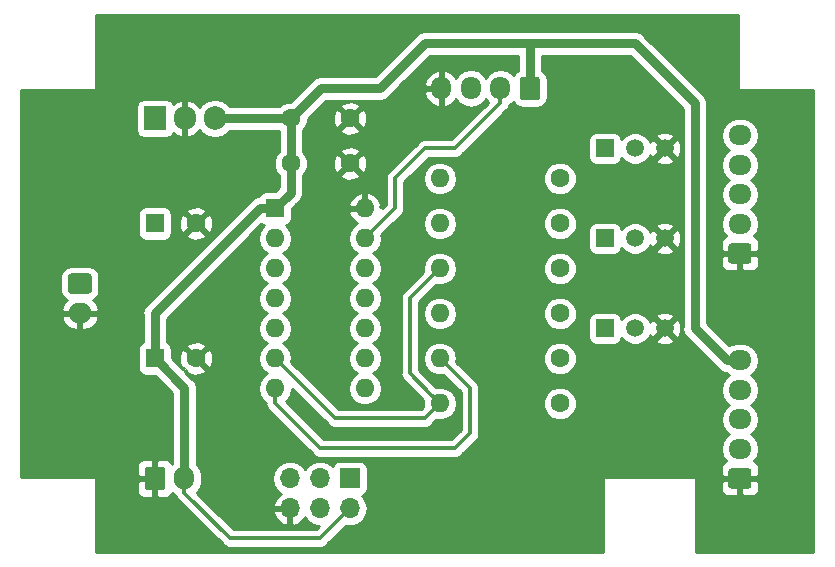
<source format=gbr>
G04 #@! TF.GenerationSoftware,KiCad,Pcbnew,(5.0.2)-1*
G04 #@! TF.CreationDate,2019-02-06T21:08:15+01:00*
G04 #@! TF.ProjectId,parkranger,7061726b-7261-46e6-9765-722e6b696361,rev?*
G04 #@! TF.SameCoordinates,Original*
G04 #@! TF.FileFunction,Copper,L1,Top*
G04 #@! TF.FilePolarity,Positive*
%FSLAX46Y46*%
G04 Gerber Fmt 4.6, Leading zero omitted, Abs format (unit mm)*
G04 Created by KiCad (PCBNEW (5.0.2)-1) date 06.02.2019 21:08:15*
%MOMM*%
%LPD*%
G01*
G04 APERTURE LIST*
G04 #@! TA.AperFunction,ComponentPad*
%ADD10R,1.600000X1.600000*%
G04 #@! TD*
G04 #@! TA.AperFunction,ComponentPad*
%ADD11C,1.600000*%
G04 #@! TD*
G04 #@! TA.AperFunction,ComponentPad*
%ADD12O,2.000000X1.700000*%
G04 #@! TD*
G04 #@! TA.AperFunction,Conductor*
%ADD13C,0.100000*%
G04 #@! TD*
G04 #@! TA.AperFunction,ComponentPad*
%ADD14C,1.700000*%
G04 #@! TD*
G04 #@! TA.AperFunction,ComponentPad*
%ADD15O,1.700000X1.950000*%
G04 #@! TD*
G04 #@! TA.AperFunction,ComponentPad*
%ADD16O,1.950000X1.700000*%
G04 #@! TD*
G04 #@! TA.AperFunction,ComponentPad*
%ADD17O,1.700000X1.700000*%
G04 #@! TD*
G04 #@! TA.AperFunction,ComponentPad*
%ADD18R,1.700000X1.700000*%
G04 #@! TD*
G04 #@! TA.AperFunction,ComponentPad*
%ADD19O,1.600000X1.600000*%
G04 #@! TD*
G04 #@! TA.AperFunction,ComponentPad*
%ADD20O,1.905000X2.000000*%
G04 #@! TD*
G04 #@! TA.AperFunction,ComponentPad*
%ADD21R,1.905000X2.000000*%
G04 #@! TD*
G04 #@! TA.AperFunction,ComponentPad*
%ADD22R,1.500000X1.500000*%
G04 #@! TD*
G04 #@! TA.AperFunction,ComponentPad*
%ADD23C,1.500000*%
G04 #@! TD*
G04 #@! TA.AperFunction,ComponentPad*
%ADD24O,1.700000X2.000000*%
G04 #@! TD*
G04 #@! TA.AperFunction,ViaPad*
%ADD25C,0.800000*%
G04 #@! TD*
G04 #@! TA.AperFunction,Conductor*
%ADD26C,0.300000*%
G04 #@! TD*
G04 #@! TA.AperFunction,Conductor*
%ADD27C,0.400000*%
G04 #@! TD*
G04 #@! TA.AperFunction,Conductor*
%ADD28C,0.800000*%
G04 #@! TD*
G04 #@! TA.AperFunction,Conductor*
%ADD29C,0.254000*%
G04 #@! TD*
G04 APERTURE END LIST*
D10*
G04 #@! TO.P,C2,1*
G04 #@! TO.N,+5V*
X162560000Y-111760000D03*
D11*
G04 #@! TO.P,C2,2*
G04 #@! TO.N,GND*
X166060000Y-111760000D03*
G04 #@! TD*
G04 #@! TO.P,C1,2*
G04 #@! TO.N,GND*
X166060000Y-100330000D03*
D10*
G04 #@! TO.P,C1,1*
G04 #@! TO.N,+12V*
X162560000Y-100330000D03*
G04 #@! TD*
D11*
G04 #@! TO.P,C3,2*
G04 #@! TO.N,+5V*
X174070000Y-91440000D03*
G04 #@! TO.P,C3,1*
G04 #@! TO.N,GND*
X179070000Y-91440000D03*
G04 #@! TD*
G04 #@! TO.P,C4,2*
G04 #@! TO.N,+5V*
X174070000Y-95250000D03*
G04 #@! TO.P,C4,1*
G04 #@! TO.N,GND*
X179070000Y-95250000D03*
G04 #@! TD*
D12*
G04 #@! TO.P,J1,2*
G04 #@! TO.N,GND*
X156210000Y-107910000D03*
D13*
G04 #@! TD*
G04 #@! TO.N,+12V*
G04 #@! TO.C,J1*
G36*
X156984504Y-104561204D02*
X157008773Y-104564804D01*
X157032571Y-104570765D01*
X157055671Y-104579030D01*
X157077849Y-104589520D01*
X157098893Y-104602133D01*
X157118598Y-104616747D01*
X157136777Y-104633223D01*
X157153253Y-104651402D01*
X157167867Y-104671107D01*
X157180480Y-104692151D01*
X157190970Y-104714329D01*
X157199235Y-104737429D01*
X157205196Y-104761227D01*
X157208796Y-104785496D01*
X157210000Y-104810000D01*
X157210000Y-106010000D01*
X157208796Y-106034504D01*
X157205196Y-106058773D01*
X157199235Y-106082571D01*
X157190970Y-106105671D01*
X157180480Y-106127849D01*
X157167867Y-106148893D01*
X157153253Y-106168598D01*
X157136777Y-106186777D01*
X157118598Y-106203253D01*
X157098893Y-106217867D01*
X157077849Y-106230480D01*
X157055671Y-106240970D01*
X157032571Y-106249235D01*
X157008773Y-106255196D01*
X156984504Y-106258796D01*
X156960000Y-106260000D01*
X155460000Y-106260000D01*
X155435496Y-106258796D01*
X155411227Y-106255196D01*
X155387429Y-106249235D01*
X155364329Y-106240970D01*
X155342151Y-106230480D01*
X155321107Y-106217867D01*
X155301402Y-106203253D01*
X155283223Y-106186777D01*
X155266747Y-106168598D01*
X155252133Y-106148893D01*
X155239520Y-106127849D01*
X155229030Y-106105671D01*
X155220765Y-106082571D01*
X155214804Y-106058773D01*
X155211204Y-106034504D01*
X155210000Y-106010000D01*
X155210000Y-104810000D01*
X155211204Y-104785496D01*
X155214804Y-104761227D01*
X155220765Y-104737429D01*
X155229030Y-104714329D01*
X155239520Y-104692151D01*
X155252133Y-104671107D01*
X155266747Y-104651402D01*
X155283223Y-104633223D01*
X155301402Y-104616747D01*
X155321107Y-104602133D01*
X155342151Y-104589520D01*
X155364329Y-104579030D01*
X155387429Y-104570765D01*
X155411227Y-104564804D01*
X155435496Y-104561204D01*
X155460000Y-104560000D01*
X156960000Y-104560000D01*
X156984504Y-104561204D01*
X156984504Y-104561204D01*
G37*
D14*
G04 #@! TO.P,J1,1*
G04 #@! TO.N,+12V*
X156210000Y-105410000D03*
G04 #@! TD*
D15*
G04 #@! TO.P,J3,4*
G04 #@! TO.N,GND*
X186810000Y-88900000D03*
G04 #@! TO.P,J3,3*
G04 #@! TO.N,Net-(J3-Pad3)*
X189310000Y-88900000D03*
G04 #@! TO.P,J3,2*
G04 #@! TO.N,Net-(J3-Pad2)*
X191810000Y-88900000D03*
D13*
G04 #@! TD*
G04 #@! TO.N,+5V*
G04 #@! TO.C,J3*
G36*
X194934504Y-87926204D02*
X194958773Y-87929804D01*
X194982571Y-87935765D01*
X195005671Y-87944030D01*
X195027849Y-87954520D01*
X195048893Y-87967133D01*
X195068598Y-87981747D01*
X195086777Y-87998223D01*
X195103253Y-88016402D01*
X195117867Y-88036107D01*
X195130480Y-88057151D01*
X195140970Y-88079329D01*
X195149235Y-88102429D01*
X195155196Y-88126227D01*
X195158796Y-88150496D01*
X195160000Y-88175000D01*
X195160000Y-89625000D01*
X195158796Y-89649504D01*
X195155196Y-89673773D01*
X195149235Y-89697571D01*
X195140970Y-89720671D01*
X195130480Y-89742849D01*
X195117867Y-89763893D01*
X195103253Y-89783598D01*
X195086777Y-89801777D01*
X195068598Y-89818253D01*
X195048893Y-89832867D01*
X195027849Y-89845480D01*
X195005671Y-89855970D01*
X194982571Y-89864235D01*
X194958773Y-89870196D01*
X194934504Y-89873796D01*
X194910000Y-89875000D01*
X193710000Y-89875000D01*
X193685496Y-89873796D01*
X193661227Y-89870196D01*
X193637429Y-89864235D01*
X193614329Y-89855970D01*
X193592151Y-89845480D01*
X193571107Y-89832867D01*
X193551402Y-89818253D01*
X193533223Y-89801777D01*
X193516747Y-89783598D01*
X193502133Y-89763893D01*
X193489520Y-89742849D01*
X193479030Y-89720671D01*
X193470765Y-89697571D01*
X193464804Y-89673773D01*
X193461204Y-89649504D01*
X193460000Y-89625000D01*
X193460000Y-88175000D01*
X193461204Y-88150496D01*
X193464804Y-88126227D01*
X193470765Y-88102429D01*
X193479030Y-88079329D01*
X193489520Y-88057151D01*
X193502133Y-88036107D01*
X193516747Y-88016402D01*
X193533223Y-87998223D01*
X193551402Y-87981747D01*
X193571107Y-87967133D01*
X193592151Y-87954520D01*
X193614329Y-87944030D01*
X193637429Y-87935765D01*
X193661227Y-87929804D01*
X193685496Y-87926204D01*
X193710000Y-87925000D01*
X194910000Y-87925000D01*
X194934504Y-87926204D01*
X194934504Y-87926204D01*
G37*
D14*
G04 #@! TO.P,J3,1*
G04 #@! TO.N,+5V*
X194310000Y-88900000D03*
G04 #@! TD*
D16*
G04 #@! TO.P,J4,5*
G04 #@! TO.N,+5V*
X212090000Y-111920000D03*
G04 #@! TO.P,J4,4*
G04 #@! TO.N,Net-(J4-Pad4)*
X212090000Y-114420000D03*
G04 #@! TO.P,J4,3*
G04 #@! TO.N,Net-(J4-Pad3)*
X212090000Y-116920000D03*
G04 #@! TO.P,J4,2*
G04 #@! TO.N,Net-(J4-Pad2)*
X212090000Y-119420000D03*
D13*
G04 #@! TD*
G04 #@! TO.N,GND*
G04 #@! TO.C,J4*
G36*
X212839504Y-121071204D02*
X212863773Y-121074804D01*
X212887571Y-121080765D01*
X212910671Y-121089030D01*
X212932849Y-121099520D01*
X212953893Y-121112133D01*
X212973598Y-121126747D01*
X212991777Y-121143223D01*
X213008253Y-121161402D01*
X213022867Y-121181107D01*
X213035480Y-121202151D01*
X213045970Y-121224329D01*
X213054235Y-121247429D01*
X213060196Y-121271227D01*
X213063796Y-121295496D01*
X213065000Y-121320000D01*
X213065000Y-122520000D01*
X213063796Y-122544504D01*
X213060196Y-122568773D01*
X213054235Y-122592571D01*
X213045970Y-122615671D01*
X213035480Y-122637849D01*
X213022867Y-122658893D01*
X213008253Y-122678598D01*
X212991777Y-122696777D01*
X212973598Y-122713253D01*
X212953893Y-122727867D01*
X212932849Y-122740480D01*
X212910671Y-122750970D01*
X212887571Y-122759235D01*
X212863773Y-122765196D01*
X212839504Y-122768796D01*
X212815000Y-122770000D01*
X211365000Y-122770000D01*
X211340496Y-122768796D01*
X211316227Y-122765196D01*
X211292429Y-122759235D01*
X211269329Y-122750970D01*
X211247151Y-122740480D01*
X211226107Y-122727867D01*
X211206402Y-122713253D01*
X211188223Y-122696777D01*
X211171747Y-122678598D01*
X211157133Y-122658893D01*
X211144520Y-122637849D01*
X211134030Y-122615671D01*
X211125765Y-122592571D01*
X211119804Y-122568773D01*
X211116204Y-122544504D01*
X211115000Y-122520000D01*
X211115000Y-121320000D01*
X211116204Y-121295496D01*
X211119804Y-121271227D01*
X211125765Y-121247429D01*
X211134030Y-121224329D01*
X211144520Y-121202151D01*
X211157133Y-121181107D01*
X211171747Y-121161402D01*
X211188223Y-121143223D01*
X211206402Y-121126747D01*
X211226107Y-121112133D01*
X211247151Y-121099520D01*
X211269329Y-121089030D01*
X211292429Y-121080765D01*
X211316227Y-121074804D01*
X211340496Y-121071204D01*
X211365000Y-121070000D01*
X212815000Y-121070000D01*
X212839504Y-121071204D01*
X212839504Y-121071204D01*
G37*
D14*
G04 #@! TO.P,J4,1*
G04 #@! TO.N,GND*
X212090000Y-121920000D03*
G04 #@! TD*
D16*
G04 #@! TO.P,J6,5*
G04 #@! TO.N,+12V*
X212090000Y-92870000D03*
G04 #@! TO.P,J6,4*
G04 #@! TO.N,Net-(J6-Pad4)*
X212090000Y-95370000D03*
G04 #@! TO.P,J6,3*
G04 #@! TO.N,Net-(J6-Pad3)*
X212090000Y-97870000D03*
G04 #@! TO.P,J6,2*
G04 #@! TO.N,Net-(J6-Pad2)*
X212090000Y-100370000D03*
D13*
G04 #@! TD*
G04 #@! TO.N,GND*
G04 #@! TO.C,J6*
G36*
X212839504Y-102021204D02*
X212863773Y-102024804D01*
X212887571Y-102030765D01*
X212910671Y-102039030D01*
X212932849Y-102049520D01*
X212953893Y-102062133D01*
X212973598Y-102076747D01*
X212991777Y-102093223D01*
X213008253Y-102111402D01*
X213022867Y-102131107D01*
X213035480Y-102152151D01*
X213045970Y-102174329D01*
X213054235Y-102197429D01*
X213060196Y-102221227D01*
X213063796Y-102245496D01*
X213065000Y-102270000D01*
X213065000Y-103470000D01*
X213063796Y-103494504D01*
X213060196Y-103518773D01*
X213054235Y-103542571D01*
X213045970Y-103565671D01*
X213035480Y-103587849D01*
X213022867Y-103608893D01*
X213008253Y-103628598D01*
X212991777Y-103646777D01*
X212973598Y-103663253D01*
X212953893Y-103677867D01*
X212932849Y-103690480D01*
X212910671Y-103700970D01*
X212887571Y-103709235D01*
X212863773Y-103715196D01*
X212839504Y-103718796D01*
X212815000Y-103720000D01*
X211365000Y-103720000D01*
X211340496Y-103718796D01*
X211316227Y-103715196D01*
X211292429Y-103709235D01*
X211269329Y-103700970D01*
X211247151Y-103690480D01*
X211226107Y-103677867D01*
X211206402Y-103663253D01*
X211188223Y-103646777D01*
X211171747Y-103628598D01*
X211157133Y-103608893D01*
X211144520Y-103587849D01*
X211134030Y-103565671D01*
X211125765Y-103542571D01*
X211119804Y-103518773D01*
X211116204Y-103494504D01*
X211115000Y-103470000D01*
X211115000Y-102270000D01*
X211116204Y-102245496D01*
X211119804Y-102221227D01*
X211125765Y-102197429D01*
X211134030Y-102174329D01*
X211144520Y-102152151D01*
X211157133Y-102131107D01*
X211171747Y-102111402D01*
X211188223Y-102093223D01*
X211206402Y-102076747D01*
X211226107Y-102062133D01*
X211247151Y-102049520D01*
X211269329Y-102039030D01*
X211292429Y-102030765D01*
X211316227Y-102024804D01*
X211340496Y-102021204D01*
X211365000Y-102020000D01*
X212815000Y-102020000D01*
X212839504Y-102021204D01*
X212839504Y-102021204D01*
G37*
D14*
G04 #@! TO.P,J6,1*
G04 #@! TO.N,GND*
X212090000Y-102870000D03*
G04 #@! TD*
D17*
G04 #@! TO.P,J2,6*
G04 #@! TO.N,GND*
X173990000Y-124460000D03*
G04 #@! TO.P,J2,5*
G04 #@! TO.N,Net-(J2-Pad5)*
X173990000Y-121920000D03*
G04 #@! TO.P,J2,4*
G04 #@! TO.N,Net-(J2-Pad4)*
X176530000Y-124460000D03*
G04 #@! TO.P,J2,3*
G04 #@! TO.N,Net-(J2-Pad3)*
X176530000Y-121920000D03*
G04 #@! TO.P,J2,2*
G04 #@! TO.N,+5V*
X179070000Y-124460000D03*
D18*
G04 #@! TO.P,J2,1*
G04 #@! TO.N,Net-(J2-Pad1)*
X179070000Y-121920000D03*
G04 #@! TD*
D19*
G04 #@! TO.P,U2,14*
G04 #@! TO.N,GND*
X180340000Y-99060000D03*
G04 #@! TO.P,U2,7*
G04 #@! TO.N,Net-(J2-Pad4)*
X172720000Y-114300000D03*
G04 #@! TO.P,U2,13*
G04 #@! TO.N,Net-(J3-Pad2)*
X180340000Y-101600000D03*
G04 #@! TO.P,U2,6*
G04 #@! TO.N,Net-(R3-Pad2)*
X172720000Y-111760000D03*
G04 #@! TO.P,U2,12*
G04 #@! TO.N,Net-(J3-Pad3)*
X180340000Y-104140000D03*
G04 #@! TO.P,U2,5*
G04 #@! TO.N,Net-(U2-Pad5)*
X172720000Y-109220000D03*
G04 #@! TO.P,U2,11*
G04 #@! TO.N,Net-(U2-Pad11)*
X180340000Y-106680000D03*
G04 #@! TO.P,U2,4*
G04 #@! TO.N,Net-(J2-Pad5)*
X172720000Y-106680000D03*
G04 #@! TO.P,U2,10*
G04 #@! TO.N,Net-(U2-Pad10)*
X180340000Y-109220000D03*
G04 #@! TO.P,U2,3*
G04 #@! TO.N,Net-(U2-Pad3)*
X172720000Y-104140000D03*
G04 #@! TO.P,U2,9*
G04 #@! TO.N,Net-(J2-Pad3)*
X180340000Y-111760000D03*
G04 #@! TO.P,U2,2*
G04 #@! TO.N,Net-(U2-Pad2)*
X172720000Y-101600000D03*
G04 #@! TO.P,U2,8*
G04 #@! TO.N,Net-(J2-Pad1)*
X180340000Y-114300000D03*
D10*
G04 #@! TO.P,U2,1*
G04 #@! TO.N,+5V*
X172720000Y-99060000D03*
G04 #@! TD*
D20*
G04 #@! TO.P,U1,3*
G04 #@! TO.N,+5V*
X167640000Y-91440000D03*
G04 #@! TO.P,U1,2*
G04 #@! TO.N,GND*
X165100000Y-91440000D03*
D21*
G04 #@! TO.P,U1,1*
G04 #@! TO.N,+12V*
X162560000Y-91440000D03*
G04 #@! TD*
D22*
G04 #@! TO.P,Q2,1*
G04 #@! TO.N,Net-(J6-Pad3)*
X200660000Y-101600000D03*
D23*
G04 #@! TO.P,Q2,3*
G04 #@! TO.N,GND*
X205740000Y-101600000D03*
G04 #@! TO.P,Q2,2*
G04 #@! TO.N,Net-(Q2-Pad2)*
X203200000Y-101600000D03*
G04 #@! TD*
D22*
G04 #@! TO.P,Q1,1*
G04 #@! TO.N,Net-(J6-Pad4)*
X200660000Y-93980000D03*
D23*
G04 #@! TO.P,Q1,3*
G04 #@! TO.N,GND*
X205740000Y-93980000D03*
G04 #@! TO.P,Q1,2*
G04 #@! TO.N,Net-(Q1-Pad2)*
X203200000Y-93980000D03*
G04 #@! TD*
D22*
G04 #@! TO.P,Q3,1*
G04 #@! TO.N,Net-(J6-Pad2)*
X200660000Y-109220000D03*
D23*
G04 #@! TO.P,Q3,3*
G04 #@! TO.N,GND*
X205740000Y-109220000D03*
G04 #@! TO.P,Q3,2*
G04 #@! TO.N,Net-(Q3-Pad2)*
X203200000Y-109220000D03*
G04 #@! TD*
D19*
G04 #@! TO.P,R5,2*
G04 #@! TO.N,Net-(J2-Pad4)*
X186690000Y-111760000D03*
D11*
G04 #@! TO.P,R5,1*
G04 #@! TO.N,Net-(J4-Pad3)*
X196850000Y-111760000D03*
G04 #@! TD*
D19*
G04 #@! TO.P,R6,2*
G04 #@! TO.N,Net-(R3-Pad2)*
X186690000Y-115570000D03*
D11*
G04 #@! TO.P,R6,1*
G04 #@! TO.N,Net-(J4-Pad2)*
X196850000Y-115570000D03*
G04 #@! TD*
D19*
G04 #@! TO.P,R1,2*
G04 #@! TO.N,Net-(J2-Pad1)*
X186690000Y-96520000D03*
D11*
G04 #@! TO.P,R1,1*
G04 #@! TO.N,Net-(Q1-Pad2)*
X196850000Y-96520000D03*
G04 #@! TD*
D19*
G04 #@! TO.P,R2,2*
G04 #@! TO.N,Net-(J2-Pad4)*
X186690000Y-100330000D03*
D11*
G04 #@! TO.P,R2,1*
G04 #@! TO.N,Net-(Q2-Pad2)*
X196850000Y-100330000D03*
G04 #@! TD*
D19*
G04 #@! TO.P,R3,2*
G04 #@! TO.N,Net-(R3-Pad2)*
X186690000Y-104140000D03*
D11*
G04 #@! TO.P,R3,1*
G04 #@! TO.N,Net-(Q3-Pad2)*
X196850000Y-104140000D03*
G04 #@! TD*
D19*
G04 #@! TO.P,R4,2*
G04 #@! TO.N,Net-(J2-Pad1)*
X186690000Y-107950000D03*
D11*
G04 #@! TO.P,R4,1*
G04 #@! TO.N,Net-(J4-Pad4)*
X196850000Y-107950000D03*
G04 #@! TD*
D24*
G04 #@! TO.P,J5,2*
G04 #@! TO.N,+5V*
X165060000Y-121920000D03*
D13*
G04 #@! TD*
G04 #@! TO.N,GND*
G04 #@! TO.C,J5*
G36*
X163184504Y-120921204D02*
X163208773Y-120924804D01*
X163232571Y-120930765D01*
X163255671Y-120939030D01*
X163277849Y-120949520D01*
X163298893Y-120962133D01*
X163318598Y-120976747D01*
X163336777Y-120993223D01*
X163353253Y-121011402D01*
X163367867Y-121031107D01*
X163380480Y-121052151D01*
X163390970Y-121074329D01*
X163399235Y-121097429D01*
X163405196Y-121121227D01*
X163408796Y-121145496D01*
X163410000Y-121170000D01*
X163410000Y-122670000D01*
X163408796Y-122694504D01*
X163405196Y-122718773D01*
X163399235Y-122742571D01*
X163390970Y-122765671D01*
X163380480Y-122787849D01*
X163367867Y-122808893D01*
X163353253Y-122828598D01*
X163336777Y-122846777D01*
X163318598Y-122863253D01*
X163298893Y-122877867D01*
X163277849Y-122890480D01*
X163255671Y-122900970D01*
X163232571Y-122909235D01*
X163208773Y-122915196D01*
X163184504Y-122918796D01*
X163160000Y-122920000D01*
X161960000Y-122920000D01*
X161935496Y-122918796D01*
X161911227Y-122915196D01*
X161887429Y-122909235D01*
X161864329Y-122900970D01*
X161842151Y-122890480D01*
X161821107Y-122877867D01*
X161801402Y-122863253D01*
X161783223Y-122846777D01*
X161766747Y-122828598D01*
X161752133Y-122808893D01*
X161739520Y-122787849D01*
X161729030Y-122765671D01*
X161720765Y-122742571D01*
X161714804Y-122718773D01*
X161711204Y-122694504D01*
X161710000Y-122670000D01*
X161710000Y-121170000D01*
X161711204Y-121145496D01*
X161714804Y-121121227D01*
X161720765Y-121097429D01*
X161729030Y-121074329D01*
X161739520Y-121052151D01*
X161752133Y-121031107D01*
X161766747Y-121011402D01*
X161783223Y-120993223D01*
X161801402Y-120976747D01*
X161821107Y-120962133D01*
X161842151Y-120949520D01*
X161864329Y-120939030D01*
X161887429Y-120930765D01*
X161911227Y-120924804D01*
X161935496Y-120921204D01*
X161960000Y-120920000D01*
X163160000Y-120920000D01*
X163184504Y-120921204D01*
X163184504Y-120921204D01*
G37*
D14*
G04 #@! TO.P,J5,1*
G04 #@! TO.N,GND*
X162560000Y-121920000D03*
G04 #@! TD*
D25*
G04 #@! TO.N,GND*
X193040000Y-124460000D03*
X182880000Y-91440000D03*
G04 #@! TD*
D26*
G04 #@! TO.N,Net-(R3-Pad2)*
X185890001Y-114770001D02*
X186690000Y-115570000D01*
X184150000Y-113030000D02*
X185890001Y-114770001D01*
X186690000Y-104140000D02*
X184150000Y-106680000D01*
X184150000Y-106680000D02*
X184150000Y-113030000D01*
X177800000Y-116840000D02*
X172720000Y-111760000D01*
X186690000Y-115570000D02*
X185420000Y-116840000D01*
X185420000Y-116840000D02*
X177800000Y-116840000D01*
G04 #@! TO.N,Net-(J2-Pad4)*
X189230000Y-114300000D02*
X186690000Y-111760000D01*
X189230000Y-118110000D02*
X189230000Y-114300000D01*
X187960000Y-119380000D02*
X189230000Y-118110000D01*
X176530000Y-119380000D02*
X187960000Y-119380000D01*
X172720000Y-114300000D02*
X172720000Y-115570000D01*
X172720000Y-115570000D02*
X176530000Y-119380000D01*
D27*
G04 #@! TO.N,+5V*
X212090000Y-111880000D02*
X211970000Y-111760000D01*
D28*
X174070000Y-91440000D02*
X174070000Y-95250000D01*
X174070000Y-97710000D02*
X172720000Y-99060000D01*
X174070000Y-95250000D02*
X174070000Y-97710000D01*
X165060000Y-114260000D02*
X162560000Y-111760000D01*
X165060000Y-121920000D02*
X165060000Y-114260000D01*
X171450000Y-99060000D02*
X172720000Y-99060000D01*
X162560000Y-111760000D02*
X162560000Y-107950000D01*
X162560000Y-107950000D02*
X171450000Y-99060000D01*
X174070000Y-91440000D02*
X167640000Y-91440000D01*
D26*
X165060000Y-123150000D02*
X165060000Y-121920000D01*
X168910000Y-127000000D02*
X165060000Y-123150000D01*
X179070000Y-124460000D02*
X176530000Y-127000000D01*
X176530000Y-127000000D02*
X168910000Y-127000000D01*
D28*
X210980000Y-111920000D02*
X212090000Y-111920000D01*
X208280000Y-109220000D02*
X210980000Y-111920000D01*
X176610000Y-88900000D02*
X181610000Y-88900000D01*
X174070000Y-91440000D02*
X176610000Y-88900000D01*
X181610000Y-88900000D02*
X185420000Y-85090000D01*
X203200000Y-85090000D02*
X208280000Y-90170000D01*
X208280000Y-90170000D02*
X208280000Y-109220000D01*
X185420000Y-85090000D02*
X186690000Y-85090000D01*
X194310000Y-85090000D02*
X203200000Y-85090000D01*
X186690000Y-85090000D02*
X194310000Y-85090000D01*
X194310000Y-85090000D02*
X194310000Y-88900000D01*
D26*
G04 #@! TO.N,Net-(J3-Pad2)*
X182880000Y-99060000D02*
X180340000Y-101600000D01*
X182880000Y-96520000D02*
X182880000Y-99060000D01*
X185420000Y-93980000D02*
X182880000Y-96520000D01*
X187960000Y-93980000D02*
X185420000Y-93980000D01*
X191810000Y-88900000D02*
X191810000Y-90130000D01*
X191810000Y-90130000D02*
X187960000Y-93980000D01*
G04 #@! TD*
D29*
G04 #@! TO.N,GND*
G36*
X211963000Y-88900000D02*
X211972667Y-88948601D01*
X212000197Y-88989803D01*
X212041399Y-89017333D01*
X212090000Y-89027000D01*
X218313000Y-89027000D01*
X218313000Y-128143000D01*
X208407000Y-128143000D01*
X208407000Y-122205750D01*
X210480000Y-122205750D01*
X210480000Y-122896309D01*
X210576673Y-123129698D01*
X210755301Y-123308327D01*
X210988690Y-123405000D01*
X211804250Y-123405000D01*
X211963000Y-123246250D01*
X211963000Y-122047000D01*
X212217000Y-122047000D01*
X212217000Y-123246250D01*
X212375750Y-123405000D01*
X213191310Y-123405000D01*
X213424699Y-123308327D01*
X213603327Y-123129698D01*
X213700000Y-122896309D01*
X213700000Y-122205750D01*
X213541250Y-122047000D01*
X212217000Y-122047000D01*
X211963000Y-122047000D01*
X210638750Y-122047000D01*
X210480000Y-122205750D01*
X208407000Y-122205750D01*
X208407000Y-121920000D01*
X208397333Y-121871399D01*
X208369803Y-121830197D01*
X208328601Y-121802667D01*
X208280000Y-121793000D01*
X200660000Y-121793000D01*
X200611399Y-121802667D01*
X200570197Y-121830197D01*
X200542667Y-121871399D01*
X200533000Y-121920000D01*
X200533000Y-128143000D01*
X157607000Y-128143000D01*
X157607000Y-122205750D01*
X161075000Y-122205750D01*
X161075000Y-123046310D01*
X161171673Y-123279699D01*
X161350302Y-123458327D01*
X161583691Y-123555000D01*
X162274250Y-123555000D01*
X162433000Y-123396250D01*
X162433000Y-122047000D01*
X161233750Y-122047000D01*
X161075000Y-122205750D01*
X157607000Y-122205750D01*
X157607000Y-121920000D01*
X157597333Y-121871399D01*
X157569803Y-121830197D01*
X157528601Y-121802667D01*
X157480000Y-121793000D01*
X151257000Y-121793000D01*
X151257000Y-120793690D01*
X161075000Y-120793690D01*
X161075000Y-121634250D01*
X161233750Y-121793000D01*
X162433000Y-121793000D01*
X162433000Y-120443750D01*
X162274250Y-120285000D01*
X161583691Y-120285000D01*
X161350302Y-120381673D01*
X161171673Y-120560301D01*
X161075000Y-120793690D01*
X151257000Y-120793690D01*
X151257000Y-110960000D01*
X161112560Y-110960000D01*
X161112560Y-112560000D01*
X161161843Y-112807765D01*
X161302191Y-113017809D01*
X161512235Y-113158157D01*
X161760000Y-113207440D01*
X162543730Y-113207440D01*
X164025001Y-114688712D01*
X164025000Y-120675571D01*
X164002344Y-120690709D01*
X163948327Y-120560301D01*
X163769698Y-120381673D01*
X163536309Y-120285000D01*
X162845750Y-120285000D01*
X162687000Y-120443750D01*
X162687000Y-121793000D01*
X162707000Y-121793000D01*
X162707000Y-122047000D01*
X162687000Y-122047000D01*
X162687000Y-123396250D01*
X162845750Y-123555000D01*
X163536309Y-123555000D01*
X163769698Y-123458327D01*
X163948327Y-123279699D01*
X164002344Y-123149291D01*
X164298894Y-123347439D01*
X164303015Y-123368157D01*
X164320546Y-123456291D01*
X164402299Y-123578642D01*
X164494047Y-123715953D01*
X164559592Y-123759749D01*
X168300253Y-127500411D01*
X168344047Y-127565953D01*
X168409589Y-127609747D01*
X168409591Y-127609749D01*
X168484625Y-127659885D01*
X168603708Y-127739454D01*
X168832684Y-127785000D01*
X168832688Y-127785000D01*
X168909999Y-127800378D01*
X168987310Y-127785000D01*
X176452688Y-127785000D01*
X176530000Y-127800378D01*
X176607312Y-127785000D01*
X176607316Y-127785000D01*
X176836292Y-127739454D01*
X177095953Y-127565953D01*
X177139749Y-127500408D01*
X178733082Y-125907075D01*
X178923744Y-125945000D01*
X179216256Y-125945000D01*
X179649418Y-125858839D01*
X180140625Y-125530625D01*
X180468839Y-125039418D01*
X180584092Y-124460000D01*
X180468839Y-123880582D01*
X180140625Y-123389375D01*
X180122381Y-123377184D01*
X180167765Y-123368157D01*
X180377809Y-123227809D01*
X180518157Y-123017765D01*
X180567440Y-122770000D01*
X180567440Y-121070000D01*
X180518157Y-120822235D01*
X180377809Y-120612191D01*
X180167765Y-120471843D01*
X179920000Y-120422560D01*
X178220000Y-120422560D01*
X177972235Y-120471843D01*
X177762191Y-120612191D01*
X177621843Y-120822235D01*
X177612816Y-120867619D01*
X177600625Y-120849375D01*
X177109418Y-120521161D01*
X176676256Y-120435000D01*
X176383744Y-120435000D01*
X175950582Y-120521161D01*
X175459375Y-120849375D01*
X175260000Y-121147761D01*
X175060625Y-120849375D01*
X174569418Y-120521161D01*
X174136256Y-120435000D01*
X173843744Y-120435000D01*
X173410582Y-120521161D01*
X172919375Y-120849375D01*
X172591161Y-121340582D01*
X172475908Y-121920000D01*
X172591161Y-122499418D01*
X172919375Y-122990625D01*
X173219786Y-123191353D01*
X172794817Y-123578642D01*
X172548514Y-124103108D01*
X172669181Y-124333000D01*
X173863000Y-124333000D01*
X173863000Y-124313000D01*
X174117000Y-124313000D01*
X174117000Y-124333000D01*
X174137000Y-124333000D01*
X174137000Y-124587000D01*
X174117000Y-124587000D01*
X174117000Y-125780155D01*
X174346890Y-125901476D01*
X174756924Y-125731645D01*
X175185183Y-125341358D01*
X175246157Y-125211522D01*
X175459375Y-125530625D01*
X175950582Y-125858839D01*
X176383744Y-125945000D01*
X176474843Y-125945000D01*
X176204843Y-126215000D01*
X169235158Y-126215000D01*
X167837050Y-124816892D01*
X172548514Y-124816892D01*
X172794817Y-125341358D01*
X173223076Y-125731645D01*
X173633110Y-125901476D01*
X173863000Y-125780155D01*
X173863000Y-124587000D01*
X172669181Y-124587000D01*
X172548514Y-124816892D01*
X167837050Y-124816892D01*
X166142704Y-123122547D01*
X166458839Y-122649417D01*
X166545000Y-122216255D01*
X166545000Y-121623744D01*
X166458839Y-121190582D01*
X166130625Y-120699375D01*
X166095000Y-120675571D01*
X166095000Y-114361934D01*
X166115276Y-114260000D01*
X166034948Y-113856163D01*
X165863934Y-113600223D01*
X165806193Y-113513807D01*
X165719776Y-113456065D01*
X165131659Y-112867949D01*
X165231861Y-112767747D01*
X165305995Y-113013864D01*
X165843223Y-113206965D01*
X166413454Y-113179778D01*
X166814005Y-113013864D01*
X166888139Y-112767745D01*
X166060000Y-111939605D01*
X166045858Y-111953748D01*
X165866252Y-111774142D01*
X165880395Y-111760000D01*
X166239605Y-111760000D01*
X167067745Y-112588139D01*
X167313864Y-112514005D01*
X167506965Y-111976777D01*
X167479778Y-111406546D01*
X167313864Y-111005995D01*
X167067745Y-110931861D01*
X166239605Y-111760000D01*
X165880395Y-111760000D01*
X165052255Y-110931861D01*
X164806136Y-111005995D01*
X164613035Y-111543223D01*
X164640222Y-112113454D01*
X164806136Y-112514005D01*
X165052253Y-112588139D01*
X164952051Y-112688341D01*
X164007440Y-111743730D01*
X164007440Y-110960000D01*
X163966118Y-110752255D01*
X165231861Y-110752255D01*
X166060000Y-111580395D01*
X166888139Y-110752255D01*
X166814005Y-110506136D01*
X166276777Y-110313035D01*
X165706546Y-110340222D01*
X165305995Y-110506136D01*
X165231861Y-110752255D01*
X163966118Y-110752255D01*
X163958157Y-110712235D01*
X163817809Y-110502191D01*
X163607765Y-110361843D01*
X163595000Y-110359304D01*
X163595000Y-108378710D01*
X171578312Y-100395399D01*
X171672235Y-100458157D01*
X171806106Y-100484785D01*
X171685423Y-100565423D01*
X171368260Y-101040091D01*
X171256887Y-101600000D01*
X171368260Y-102159909D01*
X171685423Y-102634577D01*
X172037758Y-102870000D01*
X171685423Y-103105423D01*
X171368260Y-103580091D01*
X171256887Y-104140000D01*
X171368260Y-104699909D01*
X171685423Y-105174577D01*
X172037758Y-105410000D01*
X171685423Y-105645423D01*
X171368260Y-106120091D01*
X171256887Y-106680000D01*
X171368260Y-107239909D01*
X171685423Y-107714577D01*
X172037758Y-107950000D01*
X171685423Y-108185423D01*
X171368260Y-108660091D01*
X171256887Y-109220000D01*
X171368260Y-109779909D01*
X171685423Y-110254577D01*
X172037758Y-110490000D01*
X171685423Y-110725423D01*
X171368260Y-111200091D01*
X171256887Y-111760000D01*
X171368260Y-112319909D01*
X171685423Y-112794577D01*
X172037758Y-113030000D01*
X171685423Y-113265423D01*
X171368260Y-113740091D01*
X171256887Y-114300000D01*
X171368260Y-114859909D01*
X171685423Y-115334577D01*
X171933481Y-115500324D01*
X171919622Y-115570000D01*
X171980546Y-115876291D01*
X172110251Y-116070408D01*
X172110254Y-116070411D01*
X172154048Y-116135953D01*
X172219590Y-116179747D01*
X175920251Y-119880408D01*
X175964047Y-119945953D01*
X176223708Y-120119454D01*
X176452684Y-120165000D01*
X176452688Y-120165000D01*
X176530000Y-120180378D01*
X176607312Y-120165000D01*
X187882688Y-120165000D01*
X187960000Y-120180378D01*
X188037312Y-120165000D01*
X188037316Y-120165000D01*
X188266292Y-120119454D01*
X188525953Y-119945953D01*
X188569749Y-119880408D01*
X189730411Y-118719747D01*
X189795953Y-118675953D01*
X189839747Y-118610411D01*
X189839749Y-118610409D01*
X189889885Y-118535375D01*
X189969454Y-118416292D01*
X190015000Y-118187316D01*
X190015000Y-118187312D01*
X190030378Y-118110001D01*
X190015000Y-118032690D01*
X190015000Y-115284561D01*
X195415000Y-115284561D01*
X195415000Y-115855439D01*
X195633466Y-116382862D01*
X196037138Y-116786534D01*
X196564561Y-117005000D01*
X197135439Y-117005000D01*
X197662862Y-116786534D01*
X198066534Y-116382862D01*
X198285000Y-115855439D01*
X198285000Y-115284561D01*
X198066534Y-114757138D01*
X197662862Y-114353466D01*
X197135439Y-114135000D01*
X196564561Y-114135000D01*
X196037138Y-114353466D01*
X195633466Y-114757138D01*
X195415000Y-115284561D01*
X190015000Y-115284561D01*
X190015000Y-114377310D01*
X190030378Y-114299999D01*
X190015000Y-114222688D01*
X190015000Y-114222684D01*
X189969454Y-113993708D01*
X189867138Y-113840582D01*
X189839749Y-113799591D01*
X189839747Y-113799589D01*
X189795953Y-113734047D01*
X189730411Y-113690253D01*
X188094554Y-112054396D01*
X188153113Y-111760000D01*
X188096336Y-111474561D01*
X195415000Y-111474561D01*
X195415000Y-112045439D01*
X195633466Y-112572862D01*
X196037138Y-112976534D01*
X196564561Y-113195000D01*
X197135439Y-113195000D01*
X197662862Y-112976534D01*
X198066534Y-112572862D01*
X198285000Y-112045439D01*
X198285000Y-111474561D01*
X198066534Y-110947138D01*
X197662862Y-110543466D01*
X197135439Y-110325000D01*
X196564561Y-110325000D01*
X196037138Y-110543466D01*
X195633466Y-110947138D01*
X195415000Y-111474561D01*
X188096336Y-111474561D01*
X188041740Y-111200091D01*
X187724577Y-110725423D01*
X187249909Y-110408260D01*
X186831333Y-110325000D01*
X186548667Y-110325000D01*
X186130091Y-110408260D01*
X185655423Y-110725423D01*
X185338260Y-111200091D01*
X185226887Y-111760000D01*
X185338260Y-112319909D01*
X185655423Y-112794577D01*
X186130091Y-113111740D01*
X186548667Y-113195000D01*
X186831333Y-113195000D01*
X186984396Y-113164554D01*
X188445001Y-114625159D01*
X188445000Y-117784842D01*
X187634843Y-118595000D01*
X176855157Y-118595000D01*
X173658758Y-115398601D01*
X173754577Y-115334577D01*
X174071740Y-114859909D01*
X174177593Y-114327750D01*
X177190253Y-117340411D01*
X177234047Y-117405953D01*
X177299589Y-117449747D01*
X177299591Y-117449749D01*
X177440718Y-117544047D01*
X177493708Y-117579454D01*
X177722684Y-117625000D01*
X177722688Y-117625000D01*
X177800000Y-117640378D01*
X177877312Y-117625000D01*
X185342688Y-117625000D01*
X185420000Y-117640378D01*
X185497312Y-117625000D01*
X185497316Y-117625000D01*
X185726292Y-117579454D01*
X185985953Y-117405953D01*
X186029749Y-117340408D01*
X186395604Y-116974554D01*
X186548667Y-117005000D01*
X186831333Y-117005000D01*
X187249909Y-116921740D01*
X187724577Y-116604577D01*
X188041740Y-116129909D01*
X188153113Y-115570000D01*
X188041740Y-115010091D01*
X187724577Y-114535423D01*
X187249909Y-114218260D01*
X186831333Y-114135000D01*
X186548667Y-114135000D01*
X186395604Y-114165446D01*
X184935000Y-112704843D01*
X184935000Y-107950000D01*
X185226887Y-107950000D01*
X185338260Y-108509909D01*
X185655423Y-108984577D01*
X186130091Y-109301740D01*
X186548667Y-109385000D01*
X186831333Y-109385000D01*
X187249909Y-109301740D01*
X187724577Y-108984577D01*
X188041740Y-108509909D01*
X188153113Y-107950000D01*
X188096336Y-107664561D01*
X195415000Y-107664561D01*
X195415000Y-108235439D01*
X195633466Y-108762862D01*
X196037138Y-109166534D01*
X196564561Y-109385000D01*
X197135439Y-109385000D01*
X197662862Y-109166534D01*
X198066534Y-108762862D01*
X198187841Y-108470000D01*
X199262560Y-108470000D01*
X199262560Y-109970000D01*
X199311843Y-110217765D01*
X199452191Y-110427809D01*
X199662235Y-110568157D01*
X199910000Y-110617440D01*
X201410000Y-110617440D01*
X201657765Y-110568157D01*
X201867809Y-110427809D01*
X202008157Y-110217765D01*
X202046469Y-110025156D01*
X202415460Y-110394147D01*
X202924506Y-110605000D01*
X203475494Y-110605000D01*
X203984540Y-110394147D01*
X204187170Y-110191517D01*
X204948088Y-110191517D01*
X205016077Y-110432460D01*
X205535171Y-110617201D01*
X206085448Y-110589230D01*
X206463923Y-110432460D01*
X206531912Y-110191517D01*
X205740000Y-109399605D01*
X204948088Y-110191517D01*
X204187170Y-110191517D01*
X204374147Y-110004540D01*
X204463397Y-109789070D01*
X204527540Y-109943923D01*
X204768483Y-110011912D01*
X205560395Y-109220000D01*
X205919605Y-109220000D01*
X206711517Y-110011912D01*
X206952460Y-109943923D01*
X207137201Y-109424829D01*
X207109230Y-108874552D01*
X206952460Y-108496077D01*
X206711517Y-108428088D01*
X205919605Y-109220000D01*
X205560395Y-109220000D01*
X204768483Y-108428088D01*
X204527540Y-108496077D01*
X204468255Y-108662658D01*
X204374147Y-108435460D01*
X204187170Y-108248483D01*
X204948088Y-108248483D01*
X205740000Y-109040395D01*
X206531912Y-108248483D01*
X206463923Y-108007540D01*
X205944829Y-107822799D01*
X205394552Y-107850770D01*
X205016077Y-108007540D01*
X204948088Y-108248483D01*
X204187170Y-108248483D01*
X203984540Y-108045853D01*
X203475494Y-107835000D01*
X202924506Y-107835000D01*
X202415460Y-108045853D01*
X202046469Y-108414844D01*
X202008157Y-108222235D01*
X201867809Y-108012191D01*
X201657765Y-107871843D01*
X201410000Y-107822560D01*
X199910000Y-107822560D01*
X199662235Y-107871843D01*
X199452191Y-108012191D01*
X199311843Y-108222235D01*
X199262560Y-108470000D01*
X198187841Y-108470000D01*
X198285000Y-108235439D01*
X198285000Y-107664561D01*
X198066534Y-107137138D01*
X197662862Y-106733466D01*
X197135439Y-106515000D01*
X196564561Y-106515000D01*
X196037138Y-106733466D01*
X195633466Y-107137138D01*
X195415000Y-107664561D01*
X188096336Y-107664561D01*
X188041740Y-107390091D01*
X187724577Y-106915423D01*
X187249909Y-106598260D01*
X186831333Y-106515000D01*
X186548667Y-106515000D01*
X186130091Y-106598260D01*
X185655423Y-106915423D01*
X185338260Y-107390091D01*
X185226887Y-107950000D01*
X184935000Y-107950000D01*
X184935000Y-107005157D01*
X186395604Y-105544554D01*
X186548667Y-105575000D01*
X186831333Y-105575000D01*
X187249909Y-105491740D01*
X187724577Y-105174577D01*
X188041740Y-104699909D01*
X188153113Y-104140000D01*
X188096336Y-103854561D01*
X195415000Y-103854561D01*
X195415000Y-104425439D01*
X195633466Y-104952862D01*
X196037138Y-105356534D01*
X196564561Y-105575000D01*
X197135439Y-105575000D01*
X197662862Y-105356534D01*
X198066534Y-104952862D01*
X198285000Y-104425439D01*
X198285000Y-103854561D01*
X198066534Y-103327138D01*
X197662862Y-102923466D01*
X197135439Y-102705000D01*
X196564561Y-102705000D01*
X196037138Y-102923466D01*
X195633466Y-103327138D01*
X195415000Y-103854561D01*
X188096336Y-103854561D01*
X188041740Y-103580091D01*
X187724577Y-103105423D01*
X187249909Y-102788260D01*
X186831333Y-102705000D01*
X186548667Y-102705000D01*
X186130091Y-102788260D01*
X185655423Y-103105423D01*
X185338260Y-103580091D01*
X185226887Y-104140000D01*
X185285446Y-104434396D01*
X183649592Y-106070251D01*
X183584047Y-106114047D01*
X183410546Y-106373709D01*
X183365000Y-106602685D01*
X183365000Y-106602688D01*
X183349622Y-106680000D01*
X183365000Y-106757312D01*
X183365001Y-112952683D01*
X183349622Y-113030000D01*
X183410546Y-113336291D01*
X183540251Y-113530408D01*
X183540254Y-113530411D01*
X183584048Y-113595953D01*
X183649590Y-113639747D01*
X185285446Y-115275604D01*
X185226887Y-115570000D01*
X185285446Y-115864396D01*
X185094843Y-116055000D01*
X178125158Y-116055000D01*
X174124554Y-112054397D01*
X174183113Y-111760000D01*
X174071740Y-111200091D01*
X173754577Y-110725423D01*
X173402242Y-110490000D01*
X173754577Y-110254577D01*
X174071740Y-109779909D01*
X174183113Y-109220000D01*
X174071740Y-108660091D01*
X173754577Y-108185423D01*
X173402242Y-107950000D01*
X173754577Y-107714577D01*
X174071740Y-107239909D01*
X174183113Y-106680000D01*
X174071740Y-106120091D01*
X173754577Y-105645423D01*
X173402242Y-105410000D01*
X173754577Y-105174577D01*
X174071740Y-104699909D01*
X174183113Y-104140000D01*
X174071740Y-103580091D01*
X173754577Y-103105423D01*
X173402242Y-102870000D01*
X173754577Y-102634577D01*
X174071740Y-102159909D01*
X174183113Y-101600000D01*
X174071740Y-101040091D01*
X173754577Y-100565423D01*
X173633894Y-100484785D01*
X173767765Y-100458157D01*
X173977809Y-100317809D01*
X174118157Y-100107765D01*
X174167440Y-99860000D01*
X174167440Y-99076271D01*
X174532750Y-98710961D01*
X178948096Y-98710961D01*
X179070085Y-98933000D01*
X180213000Y-98933000D01*
X180213000Y-97789371D01*
X179990959Y-97668086D01*
X179484866Y-97907611D01*
X179108959Y-98322577D01*
X178948096Y-98710961D01*
X174532750Y-98710961D01*
X174729776Y-98513935D01*
X174816193Y-98456193D01*
X175044948Y-98113837D01*
X175105000Y-97811935D01*
X175125276Y-97710001D01*
X175105000Y-97608066D01*
X175105000Y-96257745D01*
X178241861Y-96257745D01*
X178315995Y-96503864D01*
X178853223Y-96696965D01*
X179423454Y-96669778D01*
X179824005Y-96503864D01*
X179898139Y-96257745D01*
X179070000Y-95429605D01*
X178241861Y-96257745D01*
X175105000Y-96257745D01*
X175105000Y-96244396D01*
X175286534Y-96062862D01*
X175505000Y-95535439D01*
X175505000Y-95033223D01*
X177623035Y-95033223D01*
X177650222Y-95603454D01*
X177816136Y-96004005D01*
X178062255Y-96078139D01*
X178890395Y-95250000D01*
X179249605Y-95250000D01*
X180077745Y-96078139D01*
X180323864Y-96004005D01*
X180516965Y-95466777D01*
X180489778Y-94896546D01*
X180323864Y-94495995D01*
X180077745Y-94421861D01*
X179249605Y-95250000D01*
X178890395Y-95250000D01*
X178062255Y-94421861D01*
X177816136Y-94495995D01*
X177623035Y-95033223D01*
X175505000Y-95033223D01*
X175505000Y-94964561D01*
X175286534Y-94437138D01*
X175105000Y-94255604D01*
X175105000Y-94242255D01*
X178241861Y-94242255D01*
X179070000Y-95070395D01*
X179898139Y-94242255D01*
X179824005Y-93996136D01*
X179286777Y-93803035D01*
X178716546Y-93830222D01*
X178315995Y-93996136D01*
X178241861Y-94242255D01*
X175105000Y-94242255D01*
X175105000Y-92447745D01*
X178241861Y-92447745D01*
X178315995Y-92693864D01*
X178853223Y-92886965D01*
X179423454Y-92859778D01*
X179824005Y-92693864D01*
X179898139Y-92447745D01*
X179070000Y-91619605D01*
X178241861Y-92447745D01*
X175105000Y-92447745D01*
X175105000Y-92434396D01*
X175286534Y-92252862D01*
X175505000Y-91725439D01*
X175505000Y-91468710D01*
X175750487Y-91223223D01*
X177623035Y-91223223D01*
X177650222Y-91793454D01*
X177816136Y-92194005D01*
X178062255Y-92268139D01*
X178890395Y-91440000D01*
X179249605Y-91440000D01*
X180077745Y-92268139D01*
X180323864Y-92194005D01*
X180516965Y-91656777D01*
X180489778Y-91086546D01*
X180323864Y-90685995D01*
X180077745Y-90611861D01*
X179249605Y-91440000D01*
X178890395Y-91440000D01*
X178062255Y-90611861D01*
X177816136Y-90685995D01*
X177623035Y-91223223D01*
X175750487Y-91223223D01*
X176541455Y-90432255D01*
X178241861Y-90432255D01*
X179070000Y-91260395D01*
X179898139Y-90432255D01*
X179824005Y-90186136D01*
X179286777Y-89993035D01*
X178716546Y-90020222D01*
X178315995Y-90186136D01*
X178241861Y-90432255D01*
X176541455Y-90432255D01*
X177038711Y-89935000D01*
X181508066Y-89935000D01*
X181610000Y-89955276D01*
X181711934Y-89935000D01*
X181711935Y-89935000D01*
X182013837Y-89874948D01*
X182356193Y-89646193D01*
X182413937Y-89559773D01*
X182714443Y-89259267D01*
X185343680Y-89259267D01*
X185544947Y-89802571D01*
X185938807Y-90227497D01*
X186453110Y-90466476D01*
X186683000Y-90345155D01*
X186683000Y-89027000D01*
X185483835Y-89027000D01*
X185343680Y-89259267D01*
X182714443Y-89259267D01*
X183432977Y-88540733D01*
X185343680Y-88540733D01*
X185483835Y-88773000D01*
X186683000Y-88773000D01*
X186683000Y-87454845D01*
X186453110Y-87333524D01*
X185938807Y-87572503D01*
X185544947Y-87997429D01*
X185343680Y-88540733D01*
X183432977Y-88540733D01*
X185848711Y-86125000D01*
X193275000Y-86125000D01*
X193275001Y-87407055D01*
X193075414Y-87540414D01*
X192923242Y-87768156D01*
X192880625Y-87704375D01*
X192389418Y-87376161D01*
X191810000Y-87260908D01*
X191230583Y-87376161D01*
X190739375Y-87704375D01*
X190560000Y-87972829D01*
X190380625Y-87704375D01*
X189889418Y-87376161D01*
X189310000Y-87260908D01*
X188730583Y-87376161D01*
X188239375Y-87704375D01*
X188056754Y-87977687D01*
X187681193Y-87572503D01*
X187166890Y-87333524D01*
X186937000Y-87454845D01*
X186937000Y-88773000D01*
X186957000Y-88773000D01*
X186957000Y-89027000D01*
X186937000Y-89027000D01*
X186937000Y-90345155D01*
X187166890Y-90466476D01*
X187681193Y-90227497D01*
X188056754Y-89822313D01*
X188239375Y-90095625D01*
X188730582Y-90423839D01*
X189310000Y-90539092D01*
X189889417Y-90423839D01*
X190380625Y-90095625D01*
X190560000Y-89827171D01*
X190737309Y-90092533D01*
X187634843Y-93195000D01*
X185497310Y-93195000D01*
X185419999Y-93179622D01*
X185342688Y-93195000D01*
X185342684Y-93195000D01*
X185113708Y-93240546D01*
X185046746Y-93285289D01*
X184919591Y-93370251D01*
X184919589Y-93370253D01*
X184854047Y-93414047D01*
X184810253Y-93479589D01*
X182379592Y-95910251D01*
X182314047Y-95954047D01*
X182140546Y-96213709D01*
X182095000Y-96442685D01*
X182095000Y-96442688D01*
X182079622Y-96520000D01*
X182095000Y-96597312D01*
X182095001Y-98734841D01*
X181775000Y-99054843D01*
X181775000Y-98932998D01*
X181609916Y-98932998D01*
X181731904Y-98710961D01*
X181571041Y-98322577D01*
X181195134Y-97907611D01*
X180689041Y-97668086D01*
X180467000Y-97789371D01*
X180467000Y-98933000D01*
X180487000Y-98933000D01*
X180487000Y-99187000D01*
X180467000Y-99187000D01*
X180467000Y-99207000D01*
X180213000Y-99207000D01*
X180213000Y-99187000D01*
X179070085Y-99187000D01*
X178948096Y-99409039D01*
X179108959Y-99797423D01*
X179484866Y-100212389D01*
X179689108Y-100309053D01*
X179305423Y-100565423D01*
X178988260Y-101040091D01*
X178876887Y-101600000D01*
X178988260Y-102159909D01*
X179305423Y-102634577D01*
X179657758Y-102870000D01*
X179305423Y-103105423D01*
X178988260Y-103580091D01*
X178876887Y-104140000D01*
X178988260Y-104699909D01*
X179305423Y-105174577D01*
X179657758Y-105410000D01*
X179305423Y-105645423D01*
X178988260Y-106120091D01*
X178876887Y-106680000D01*
X178988260Y-107239909D01*
X179305423Y-107714577D01*
X179657758Y-107950000D01*
X179305423Y-108185423D01*
X178988260Y-108660091D01*
X178876887Y-109220000D01*
X178988260Y-109779909D01*
X179305423Y-110254577D01*
X179657758Y-110490000D01*
X179305423Y-110725423D01*
X178988260Y-111200091D01*
X178876887Y-111760000D01*
X178988260Y-112319909D01*
X179305423Y-112794577D01*
X179657758Y-113030000D01*
X179305423Y-113265423D01*
X178988260Y-113740091D01*
X178876887Y-114300000D01*
X178988260Y-114859909D01*
X179305423Y-115334577D01*
X179780091Y-115651740D01*
X180198667Y-115735000D01*
X180481333Y-115735000D01*
X180899909Y-115651740D01*
X181374577Y-115334577D01*
X181691740Y-114859909D01*
X181803113Y-114300000D01*
X181691740Y-113740091D01*
X181374577Y-113265423D01*
X181022242Y-113030000D01*
X181374577Y-112794577D01*
X181691740Y-112319909D01*
X181803113Y-111760000D01*
X181691740Y-111200091D01*
X181374577Y-110725423D01*
X181022242Y-110490000D01*
X181374577Y-110254577D01*
X181691740Y-109779909D01*
X181803113Y-109220000D01*
X181691740Y-108660091D01*
X181374577Y-108185423D01*
X181022242Y-107950000D01*
X181374577Y-107714577D01*
X181691740Y-107239909D01*
X181803113Y-106680000D01*
X181691740Y-106120091D01*
X181374577Y-105645423D01*
X181022242Y-105410000D01*
X181374577Y-105174577D01*
X181691740Y-104699909D01*
X181803113Y-104140000D01*
X181691740Y-103580091D01*
X181374577Y-103105423D01*
X181022242Y-102870000D01*
X181374577Y-102634577D01*
X181691740Y-102159909D01*
X181803113Y-101600000D01*
X181744554Y-101305604D01*
X182720158Y-100330000D01*
X185226887Y-100330000D01*
X185338260Y-100889909D01*
X185655423Y-101364577D01*
X186130091Y-101681740D01*
X186548667Y-101765000D01*
X186831333Y-101765000D01*
X187249909Y-101681740D01*
X187724577Y-101364577D01*
X188041740Y-100889909D01*
X188153113Y-100330000D01*
X188096336Y-100044561D01*
X195415000Y-100044561D01*
X195415000Y-100615439D01*
X195633466Y-101142862D01*
X196037138Y-101546534D01*
X196564561Y-101765000D01*
X197135439Y-101765000D01*
X197662862Y-101546534D01*
X198066534Y-101142862D01*
X198187841Y-100850000D01*
X199262560Y-100850000D01*
X199262560Y-102350000D01*
X199311843Y-102597765D01*
X199452191Y-102807809D01*
X199662235Y-102948157D01*
X199910000Y-102997440D01*
X201410000Y-102997440D01*
X201657765Y-102948157D01*
X201867809Y-102807809D01*
X202008157Y-102597765D01*
X202046469Y-102405156D01*
X202415460Y-102774147D01*
X202924506Y-102985000D01*
X203475494Y-102985000D01*
X203984540Y-102774147D01*
X204187170Y-102571517D01*
X204948088Y-102571517D01*
X205016077Y-102812460D01*
X205535171Y-102997201D01*
X206085448Y-102969230D01*
X206463923Y-102812460D01*
X206531912Y-102571517D01*
X205740000Y-101779605D01*
X204948088Y-102571517D01*
X204187170Y-102571517D01*
X204374147Y-102384540D01*
X204463397Y-102169070D01*
X204527540Y-102323923D01*
X204768483Y-102391912D01*
X205560395Y-101600000D01*
X205919605Y-101600000D01*
X206711517Y-102391912D01*
X206952460Y-102323923D01*
X207137201Y-101804829D01*
X207109230Y-101254552D01*
X206952460Y-100876077D01*
X206711517Y-100808088D01*
X205919605Y-101600000D01*
X205560395Y-101600000D01*
X204768483Y-100808088D01*
X204527540Y-100876077D01*
X204468255Y-101042658D01*
X204374147Y-100815460D01*
X204187170Y-100628483D01*
X204948088Y-100628483D01*
X205740000Y-101420395D01*
X206531912Y-100628483D01*
X206463923Y-100387540D01*
X205944829Y-100202799D01*
X205394552Y-100230770D01*
X205016077Y-100387540D01*
X204948088Y-100628483D01*
X204187170Y-100628483D01*
X203984540Y-100425853D01*
X203475494Y-100215000D01*
X202924506Y-100215000D01*
X202415460Y-100425853D01*
X202046469Y-100794844D01*
X202008157Y-100602235D01*
X201867809Y-100392191D01*
X201657765Y-100251843D01*
X201410000Y-100202560D01*
X199910000Y-100202560D01*
X199662235Y-100251843D01*
X199452191Y-100392191D01*
X199311843Y-100602235D01*
X199262560Y-100850000D01*
X198187841Y-100850000D01*
X198285000Y-100615439D01*
X198285000Y-100044561D01*
X198066534Y-99517138D01*
X197662862Y-99113466D01*
X197135439Y-98895000D01*
X196564561Y-98895000D01*
X196037138Y-99113466D01*
X195633466Y-99517138D01*
X195415000Y-100044561D01*
X188096336Y-100044561D01*
X188041740Y-99770091D01*
X187724577Y-99295423D01*
X187249909Y-98978260D01*
X186831333Y-98895000D01*
X186548667Y-98895000D01*
X186130091Y-98978260D01*
X185655423Y-99295423D01*
X185338260Y-99770091D01*
X185226887Y-100330000D01*
X182720158Y-100330000D01*
X183380411Y-99669747D01*
X183445953Y-99625953D01*
X183489747Y-99560411D01*
X183489749Y-99560409D01*
X183619453Y-99366293D01*
X183619454Y-99366292D01*
X183665000Y-99137316D01*
X183665000Y-99137312D01*
X183680378Y-99060001D01*
X183665000Y-98982690D01*
X183665000Y-96845157D01*
X183990157Y-96520000D01*
X185226887Y-96520000D01*
X185338260Y-97079909D01*
X185655423Y-97554577D01*
X186130091Y-97871740D01*
X186548667Y-97955000D01*
X186831333Y-97955000D01*
X187249909Y-97871740D01*
X187724577Y-97554577D01*
X188041740Y-97079909D01*
X188153113Y-96520000D01*
X188096336Y-96234561D01*
X195415000Y-96234561D01*
X195415000Y-96805439D01*
X195633466Y-97332862D01*
X196037138Y-97736534D01*
X196564561Y-97955000D01*
X197135439Y-97955000D01*
X197662862Y-97736534D01*
X198066534Y-97332862D01*
X198285000Y-96805439D01*
X198285000Y-96234561D01*
X198066534Y-95707138D01*
X197662862Y-95303466D01*
X197135439Y-95085000D01*
X196564561Y-95085000D01*
X196037138Y-95303466D01*
X195633466Y-95707138D01*
X195415000Y-96234561D01*
X188096336Y-96234561D01*
X188041740Y-95960091D01*
X187724577Y-95485423D01*
X187249909Y-95168260D01*
X186831333Y-95085000D01*
X186548667Y-95085000D01*
X186130091Y-95168260D01*
X185655423Y-95485423D01*
X185338260Y-95960091D01*
X185226887Y-96520000D01*
X183990157Y-96520000D01*
X185745158Y-94765000D01*
X187882688Y-94765000D01*
X187960000Y-94780378D01*
X188037312Y-94765000D01*
X188037316Y-94765000D01*
X188266292Y-94719454D01*
X188525953Y-94545953D01*
X188569749Y-94480408D01*
X189820157Y-93230000D01*
X199262560Y-93230000D01*
X199262560Y-94730000D01*
X199311843Y-94977765D01*
X199452191Y-95187809D01*
X199662235Y-95328157D01*
X199910000Y-95377440D01*
X201410000Y-95377440D01*
X201657765Y-95328157D01*
X201867809Y-95187809D01*
X202008157Y-94977765D01*
X202046469Y-94785156D01*
X202415460Y-95154147D01*
X202924506Y-95365000D01*
X203475494Y-95365000D01*
X203984540Y-95154147D01*
X204187170Y-94951517D01*
X204948088Y-94951517D01*
X205016077Y-95192460D01*
X205535171Y-95377201D01*
X206085448Y-95349230D01*
X206463923Y-95192460D01*
X206531912Y-94951517D01*
X205740000Y-94159605D01*
X204948088Y-94951517D01*
X204187170Y-94951517D01*
X204374147Y-94764540D01*
X204463397Y-94549070D01*
X204527540Y-94703923D01*
X204768483Y-94771912D01*
X205560395Y-93980000D01*
X205919605Y-93980000D01*
X206711517Y-94771912D01*
X206952460Y-94703923D01*
X207137201Y-94184829D01*
X207109230Y-93634552D01*
X206952460Y-93256077D01*
X206711517Y-93188088D01*
X205919605Y-93980000D01*
X205560395Y-93980000D01*
X204768483Y-93188088D01*
X204527540Y-93256077D01*
X204468255Y-93422658D01*
X204374147Y-93195460D01*
X204187170Y-93008483D01*
X204948088Y-93008483D01*
X205740000Y-93800395D01*
X206531912Y-93008483D01*
X206463923Y-92767540D01*
X205944829Y-92582799D01*
X205394552Y-92610770D01*
X205016077Y-92767540D01*
X204948088Y-93008483D01*
X204187170Y-93008483D01*
X203984540Y-92805853D01*
X203475494Y-92595000D01*
X202924506Y-92595000D01*
X202415460Y-92805853D01*
X202046469Y-93174844D01*
X202008157Y-92982235D01*
X201867809Y-92772191D01*
X201657765Y-92631843D01*
X201410000Y-92582560D01*
X199910000Y-92582560D01*
X199662235Y-92631843D01*
X199452191Y-92772191D01*
X199311843Y-92982235D01*
X199262560Y-93230000D01*
X189820157Y-93230000D01*
X192310411Y-90739747D01*
X192375953Y-90695953D01*
X192419747Y-90630411D01*
X192419749Y-90630409D01*
X192491891Y-90522440D01*
X192549454Y-90436292D01*
X192576841Y-90298606D01*
X192880625Y-90095625D01*
X192923242Y-90031844D01*
X193075414Y-90259586D01*
X193366565Y-90454126D01*
X193710000Y-90522440D01*
X194910000Y-90522440D01*
X195253435Y-90454126D01*
X195544586Y-90259586D01*
X195739126Y-89968435D01*
X195807440Y-89625000D01*
X195807440Y-88175000D01*
X195739126Y-87831565D01*
X195544586Y-87540414D01*
X195345000Y-87407056D01*
X195345000Y-86125000D01*
X202771290Y-86125000D01*
X207245000Y-90598711D01*
X207245001Y-109118061D01*
X207224724Y-109220000D01*
X207305052Y-109623836D01*
X207305053Y-109623837D01*
X207533808Y-109966193D01*
X207620225Y-110023935D01*
X210176065Y-112579776D01*
X210233807Y-112666193D01*
X210531343Y-112865000D01*
X210576163Y-112894948D01*
X210869422Y-112953281D01*
X210894375Y-112990625D01*
X211162829Y-113170000D01*
X210894375Y-113349375D01*
X210566161Y-113840582D01*
X210450908Y-114420000D01*
X210566161Y-114999418D01*
X210894375Y-115490625D01*
X211162829Y-115670000D01*
X210894375Y-115849375D01*
X210566161Y-116340582D01*
X210450908Y-116920000D01*
X210566161Y-117499418D01*
X210894375Y-117990625D01*
X211162829Y-118170000D01*
X210894375Y-118349375D01*
X210566161Y-118840582D01*
X210450908Y-119420000D01*
X210566161Y-119999418D01*
X210885709Y-120477656D01*
X210755301Y-120531673D01*
X210576673Y-120710302D01*
X210480000Y-120943691D01*
X210480000Y-121634250D01*
X210638750Y-121793000D01*
X211963000Y-121793000D01*
X211963000Y-121773000D01*
X212217000Y-121773000D01*
X212217000Y-121793000D01*
X213541250Y-121793000D01*
X213700000Y-121634250D01*
X213700000Y-120943691D01*
X213603327Y-120710302D01*
X213424699Y-120531673D01*
X213294291Y-120477656D01*
X213613839Y-119999418D01*
X213729092Y-119420000D01*
X213613839Y-118840582D01*
X213285625Y-118349375D01*
X213017171Y-118170000D01*
X213285625Y-117990625D01*
X213613839Y-117499418D01*
X213729092Y-116920000D01*
X213613839Y-116340582D01*
X213285625Y-115849375D01*
X213017171Y-115670000D01*
X213285625Y-115490625D01*
X213613839Y-114999418D01*
X213729092Y-114420000D01*
X213613839Y-113840582D01*
X213285625Y-113349375D01*
X213017171Y-113170000D01*
X213285625Y-112990625D01*
X213613839Y-112499418D01*
X213729092Y-111920000D01*
X213613839Y-111340582D01*
X213285625Y-110849375D01*
X212794418Y-110521161D01*
X212361256Y-110435000D01*
X211818744Y-110435000D01*
X211385582Y-110521161D01*
X211181341Y-110657630D01*
X209315000Y-108791290D01*
X209315000Y-103155750D01*
X210480000Y-103155750D01*
X210480000Y-103846309D01*
X210576673Y-104079698D01*
X210755301Y-104258327D01*
X210988690Y-104355000D01*
X211804250Y-104355000D01*
X211963000Y-104196250D01*
X211963000Y-102997000D01*
X212217000Y-102997000D01*
X212217000Y-104196250D01*
X212375750Y-104355000D01*
X213191310Y-104355000D01*
X213424699Y-104258327D01*
X213603327Y-104079698D01*
X213700000Y-103846309D01*
X213700000Y-103155750D01*
X213541250Y-102997000D01*
X212217000Y-102997000D01*
X211963000Y-102997000D01*
X210638750Y-102997000D01*
X210480000Y-103155750D01*
X209315000Y-103155750D01*
X209315000Y-92870000D01*
X210450908Y-92870000D01*
X210566161Y-93449418D01*
X210894375Y-93940625D01*
X211162829Y-94120000D01*
X210894375Y-94299375D01*
X210566161Y-94790582D01*
X210450908Y-95370000D01*
X210566161Y-95949418D01*
X210894375Y-96440625D01*
X211162829Y-96620000D01*
X210894375Y-96799375D01*
X210566161Y-97290582D01*
X210450908Y-97870000D01*
X210566161Y-98449418D01*
X210894375Y-98940625D01*
X211162829Y-99120000D01*
X210894375Y-99299375D01*
X210566161Y-99790582D01*
X210450908Y-100370000D01*
X210566161Y-100949418D01*
X210885709Y-101427656D01*
X210755301Y-101481673D01*
X210576673Y-101660302D01*
X210480000Y-101893691D01*
X210480000Y-102584250D01*
X210638750Y-102743000D01*
X211963000Y-102743000D01*
X211963000Y-102723000D01*
X212217000Y-102723000D01*
X212217000Y-102743000D01*
X213541250Y-102743000D01*
X213700000Y-102584250D01*
X213700000Y-101893691D01*
X213603327Y-101660302D01*
X213424699Y-101481673D01*
X213294291Y-101427656D01*
X213613839Y-100949418D01*
X213729092Y-100370000D01*
X213613839Y-99790582D01*
X213285625Y-99299375D01*
X213017171Y-99120000D01*
X213285625Y-98940625D01*
X213613839Y-98449418D01*
X213729092Y-97870000D01*
X213613839Y-97290582D01*
X213285625Y-96799375D01*
X213017171Y-96620000D01*
X213285625Y-96440625D01*
X213613839Y-95949418D01*
X213729092Y-95370000D01*
X213613839Y-94790582D01*
X213285625Y-94299375D01*
X213017171Y-94120000D01*
X213285625Y-93940625D01*
X213613839Y-93449418D01*
X213729092Y-92870000D01*
X213613839Y-92290582D01*
X213285625Y-91799375D01*
X212794418Y-91471161D01*
X212361256Y-91385000D01*
X211818744Y-91385000D01*
X211385582Y-91471161D01*
X210894375Y-91799375D01*
X210566161Y-92290582D01*
X210450908Y-92870000D01*
X209315000Y-92870000D01*
X209315000Y-90271934D01*
X209335276Y-90170000D01*
X209295376Y-89969406D01*
X209254948Y-89766163D01*
X209026193Y-89423807D01*
X208939776Y-89366065D01*
X204003937Y-84430227D01*
X203946193Y-84343807D01*
X203603837Y-84115052D01*
X203301935Y-84055000D01*
X203301934Y-84055000D01*
X203200000Y-84034724D01*
X203098066Y-84055000D01*
X194411934Y-84055000D01*
X194310000Y-84034724D01*
X194208065Y-84055000D01*
X185521934Y-84055000D01*
X185420000Y-84034724D01*
X185318065Y-84055000D01*
X185016163Y-84115052D01*
X184673807Y-84343807D01*
X184616065Y-84430224D01*
X181181290Y-87865000D01*
X176711929Y-87865000D01*
X176609999Y-87844725D01*
X176508070Y-87865000D01*
X176508065Y-87865000D01*
X176206163Y-87925052D01*
X175863807Y-88153807D01*
X175806065Y-88240224D01*
X174041290Y-90005000D01*
X173784561Y-90005000D01*
X173257138Y-90223466D01*
X173075604Y-90405000D01*
X168889442Y-90405000D01*
X168784523Y-90247977D01*
X168259410Y-89897109D01*
X167640000Y-89773900D01*
X167020589Y-89897109D01*
X166495477Y-90247977D01*
X166360841Y-90449474D01*
X165966924Y-90064027D01*
X165472980Y-89849437D01*
X165227000Y-89969406D01*
X165227000Y-91313000D01*
X165247000Y-91313000D01*
X165247000Y-91567000D01*
X165227000Y-91567000D01*
X165227000Y-92910594D01*
X165472980Y-93030563D01*
X165966924Y-92815973D01*
X166360841Y-92430526D01*
X166495477Y-92632023D01*
X167020590Y-92982891D01*
X167640000Y-93106100D01*
X168259411Y-92982891D01*
X168784523Y-92632023D01*
X168889442Y-92475000D01*
X173035000Y-92475000D01*
X173035001Y-94255603D01*
X172853466Y-94437138D01*
X172635000Y-94964561D01*
X172635000Y-95535439D01*
X172853466Y-96062862D01*
X173035000Y-96244396D01*
X173035001Y-97281288D01*
X172703729Y-97612560D01*
X171920000Y-97612560D01*
X171672235Y-97661843D01*
X171462191Y-97802191D01*
X171321843Y-98012235D01*
X171318119Y-98030957D01*
X171046163Y-98085052D01*
X170703807Y-98313807D01*
X170646065Y-98400224D01*
X161900225Y-107146065D01*
X161813808Y-107203807D01*
X161756066Y-107290224D01*
X161585052Y-107546164D01*
X161504724Y-107950000D01*
X161525001Y-108051939D01*
X161525000Y-110359304D01*
X161512235Y-110361843D01*
X161302191Y-110502191D01*
X161161843Y-110712235D01*
X161112560Y-110960000D01*
X151257000Y-110960000D01*
X151257000Y-108266890D01*
X154618524Y-108266890D01*
X154620447Y-108279260D01*
X154871336Y-108802045D01*
X155303188Y-109189024D01*
X155850258Y-109381284D01*
X156083000Y-109237231D01*
X156083000Y-108037000D01*
X156337000Y-108037000D01*
X156337000Y-109237231D01*
X156569742Y-109381284D01*
X157116812Y-109189024D01*
X157548664Y-108802045D01*
X157799553Y-108279260D01*
X157801476Y-108266890D01*
X157680155Y-108037000D01*
X156337000Y-108037000D01*
X156083000Y-108037000D01*
X154739845Y-108037000D01*
X154618524Y-108266890D01*
X151257000Y-108266890D01*
X151257000Y-104810000D01*
X154562560Y-104810000D01*
X154562560Y-106010000D01*
X154630874Y-106353435D01*
X154825414Y-106644586D01*
X155090407Y-106821648D01*
X154871336Y-107017955D01*
X154620447Y-107540740D01*
X154618524Y-107553110D01*
X154739845Y-107783000D01*
X156083000Y-107783000D01*
X156083000Y-107763000D01*
X156337000Y-107763000D01*
X156337000Y-107783000D01*
X157680155Y-107783000D01*
X157801476Y-107553110D01*
X157799553Y-107540740D01*
X157548664Y-107017955D01*
X157329593Y-106821648D01*
X157594586Y-106644586D01*
X157789126Y-106353435D01*
X157857440Y-106010000D01*
X157857440Y-104810000D01*
X157789126Y-104466565D01*
X157594586Y-104175414D01*
X157303435Y-103980874D01*
X156960000Y-103912560D01*
X155460000Y-103912560D01*
X155116565Y-103980874D01*
X154825414Y-104175414D01*
X154630874Y-104466565D01*
X154562560Y-104810000D01*
X151257000Y-104810000D01*
X151257000Y-99530000D01*
X161112560Y-99530000D01*
X161112560Y-101130000D01*
X161161843Y-101377765D01*
X161302191Y-101587809D01*
X161512235Y-101728157D01*
X161760000Y-101777440D01*
X163360000Y-101777440D01*
X163607765Y-101728157D01*
X163817809Y-101587809D01*
X163958157Y-101377765D01*
X163966117Y-101337745D01*
X165231861Y-101337745D01*
X165305995Y-101583864D01*
X165843223Y-101776965D01*
X166413454Y-101749778D01*
X166814005Y-101583864D01*
X166888139Y-101337745D01*
X166060000Y-100509605D01*
X165231861Y-101337745D01*
X163966117Y-101337745D01*
X164007440Y-101130000D01*
X164007440Y-100113223D01*
X164613035Y-100113223D01*
X164640222Y-100683454D01*
X164806136Y-101084005D01*
X165052255Y-101158139D01*
X165880395Y-100330000D01*
X166239605Y-100330000D01*
X167067745Y-101158139D01*
X167313864Y-101084005D01*
X167506965Y-100546777D01*
X167479778Y-99976546D01*
X167313864Y-99575995D01*
X167067745Y-99501861D01*
X166239605Y-100330000D01*
X165880395Y-100330000D01*
X165052255Y-99501861D01*
X164806136Y-99575995D01*
X164613035Y-100113223D01*
X164007440Y-100113223D01*
X164007440Y-99530000D01*
X163966118Y-99322255D01*
X165231861Y-99322255D01*
X166060000Y-100150395D01*
X166888139Y-99322255D01*
X166814005Y-99076136D01*
X166276777Y-98883035D01*
X165706546Y-98910222D01*
X165305995Y-99076136D01*
X165231861Y-99322255D01*
X163966118Y-99322255D01*
X163958157Y-99282235D01*
X163817809Y-99072191D01*
X163607765Y-98931843D01*
X163360000Y-98882560D01*
X161760000Y-98882560D01*
X161512235Y-98931843D01*
X161302191Y-99072191D01*
X161161843Y-99282235D01*
X161112560Y-99530000D01*
X151257000Y-99530000D01*
X151257000Y-90440000D01*
X160960060Y-90440000D01*
X160960060Y-92440000D01*
X161009343Y-92687765D01*
X161149691Y-92897809D01*
X161359735Y-93038157D01*
X161607500Y-93087440D01*
X163512500Y-93087440D01*
X163760265Y-93038157D01*
X163970309Y-92897809D01*
X164107255Y-92692857D01*
X164233076Y-92815973D01*
X164727020Y-93030563D01*
X164973000Y-92910594D01*
X164973000Y-91567000D01*
X164953000Y-91567000D01*
X164953000Y-91313000D01*
X164973000Y-91313000D01*
X164973000Y-89969406D01*
X164727020Y-89849437D01*
X164233076Y-90064027D01*
X164107255Y-90187143D01*
X163970309Y-89982191D01*
X163760265Y-89841843D01*
X163512500Y-89792560D01*
X161607500Y-89792560D01*
X161359735Y-89841843D01*
X161149691Y-89982191D01*
X161009343Y-90192235D01*
X160960060Y-90440000D01*
X151257000Y-90440000D01*
X151257000Y-89027000D01*
X157480000Y-89027000D01*
X157528601Y-89017333D01*
X157569803Y-88989803D01*
X157597333Y-88948601D01*
X157607000Y-88900000D01*
X157607000Y-82677000D01*
X211963000Y-82677000D01*
X211963000Y-88900000D01*
X211963000Y-88900000D01*
G37*
X211963000Y-88900000D02*
X211972667Y-88948601D01*
X212000197Y-88989803D01*
X212041399Y-89017333D01*
X212090000Y-89027000D01*
X218313000Y-89027000D01*
X218313000Y-128143000D01*
X208407000Y-128143000D01*
X208407000Y-122205750D01*
X210480000Y-122205750D01*
X210480000Y-122896309D01*
X210576673Y-123129698D01*
X210755301Y-123308327D01*
X210988690Y-123405000D01*
X211804250Y-123405000D01*
X211963000Y-123246250D01*
X211963000Y-122047000D01*
X212217000Y-122047000D01*
X212217000Y-123246250D01*
X212375750Y-123405000D01*
X213191310Y-123405000D01*
X213424699Y-123308327D01*
X213603327Y-123129698D01*
X213700000Y-122896309D01*
X213700000Y-122205750D01*
X213541250Y-122047000D01*
X212217000Y-122047000D01*
X211963000Y-122047000D01*
X210638750Y-122047000D01*
X210480000Y-122205750D01*
X208407000Y-122205750D01*
X208407000Y-121920000D01*
X208397333Y-121871399D01*
X208369803Y-121830197D01*
X208328601Y-121802667D01*
X208280000Y-121793000D01*
X200660000Y-121793000D01*
X200611399Y-121802667D01*
X200570197Y-121830197D01*
X200542667Y-121871399D01*
X200533000Y-121920000D01*
X200533000Y-128143000D01*
X157607000Y-128143000D01*
X157607000Y-122205750D01*
X161075000Y-122205750D01*
X161075000Y-123046310D01*
X161171673Y-123279699D01*
X161350302Y-123458327D01*
X161583691Y-123555000D01*
X162274250Y-123555000D01*
X162433000Y-123396250D01*
X162433000Y-122047000D01*
X161233750Y-122047000D01*
X161075000Y-122205750D01*
X157607000Y-122205750D01*
X157607000Y-121920000D01*
X157597333Y-121871399D01*
X157569803Y-121830197D01*
X157528601Y-121802667D01*
X157480000Y-121793000D01*
X151257000Y-121793000D01*
X151257000Y-120793690D01*
X161075000Y-120793690D01*
X161075000Y-121634250D01*
X161233750Y-121793000D01*
X162433000Y-121793000D01*
X162433000Y-120443750D01*
X162274250Y-120285000D01*
X161583691Y-120285000D01*
X161350302Y-120381673D01*
X161171673Y-120560301D01*
X161075000Y-120793690D01*
X151257000Y-120793690D01*
X151257000Y-110960000D01*
X161112560Y-110960000D01*
X161112560Y-112560000D01*
X161161843Y-112807765D01*
X161302191Y-113017809D01*
X161512235Y-113158157D01*
X161760000Y-113207440D01*
X162543730Y-113207440D01*
X164025001Y-114688712D01*
X164025000Y-120675571D01*
X164002344Y-120690709D01*
X163948327Y-120560301D01*
X163769698Y-120381673D01*
X163536309Y-120285000D01*
X162845750Y-120285000D01*
X162687000Y-120443750D01*
X162687000Y-121793000D01*
X162707000Y-121793000D01*
X162707000Y-122047000D01*
X162687000Y-122047000D01*
X162687000Y-123396250D01*
X162845750Y-123555000D01*
X163536309Y-123555000D01*
X163769698Y-123458327D01*
X163948327Y-123279699D01*
X164002344Y-123149291D01*
X164298894Y-123347439D01*
X164303015Y-123368157D01*
X164320546Y-123456291D01*
X164402299Y-123578642D01*
X164494047Y-123715953D01*
X164559592Y-123759749D01*
X168300253Y-127500411D01*
X168344047Y-127565953D01*
X168409589Y-127609747D01*
X168409591Y-127609749D01*
X168484625Y-127659885D01*
X168603708Y-127739454D01*
X168832684Y-127785000D01*
X168832688Y-127785000D01*
X168909999Y-127800378D01*
X168987310Y-127785000D01*
X176452688Y-127785000D01*
X176530000Y-127800378D01*
X176607312Y-127785000D01*
X176607316Y-127785000D01*
X176836292Y-127739454D01*
X177095953Y-127565953D01*
X177139749Y-127500408D01*
X178733082Y-125907075D01*
X178923744Y-125945000D01*
X179216256Y-125945000D01*
X179649418Y-125858839D01*
X180140625Y-125530625D01*
X180468839Y-125039418D01*
X180584092Y-124460000D01*
X180468839Y-123880582D01*
X180140625Y-123389375D01*
X180122381Y-123377184D01*
X180167765Y-123368157D01*
X180377809Y-123227809D01*
X180518157Y-123017765D01*
X180567440Y-122770000D01*
X180567440Y-121070000D01*
X180518157Y-120822235D01*
X180377809Y-120612191D01*
X180167765Y-120471843D01*
X179920000Y-120422560D01*
X178220000Y-120422560D01*
X177972235Y-120471843D01*
X177762191Y-120612191D01*
X177621843Y-120822235D01*
X177612816Y-120867619D01*
X177600625Y-120849375D01*
X177109418Y-120521161D01*
X176676256Y-120435000D01*
X176383744Y-120435000D01*
X175950582Y-120521161D01*
X175459375Y-120849375D01*
X175260000Y-121147761D01*
X175060625Y-120849375D01*
X174569418Y-120521161D01*
X174136256Y-120435000D01*
X173843744Y-120435000D01*
X173410582Y-120521161D01*
X172919375Y-120849375D01*
X172591161Y-121340582D01*
X172475908Y-121920000D01*
X172591161Y-122499418D01*
X172919375Y-122990625D01*
X173219786Y-123191353D01*
X172794817Y-123578642D01*
X172548514Y-124103108D01*
X172669181Y-124333000D01*
X173863000Y-124333000D01*
X173863000Y-124313000D01*
X174117000Y-124313000D01*
X174117000Y-124333000D01*
X174137000Y-124333000D01*
X174137000Y-124587000D01*
X174117000Y-124587000D01*
X174117000Y-125780155D01*
X174346890Y-125901476D01*
X174756924Y-125731645D01*
X175185183Y-125341358D01*
X175246157Y-125211522D01*
X175459375Y-125530625D01*
X175950582Y-125858839D01*
X176383744Y-125945000D01*
X176474843Y-125945000D01*
X176204843Y-126215000D01*
X169235158Y-126215000D01*
X167837050Y-124816892D01*
X172548514Y-124816892D01*
X172794817Y-125341358D01*
X173223076Y-125731645D01*
X173633110Y-125901476D01*
X173863000Y-125780155D01*
X173863000Y-124587000D01*
X172669181Y-124587000D01*
X172548514Y-124816892D01*
X167837050Y-124816892D01*
X166142704Y-123122547D01*
X166458839Y-122649417D01*
X166545000Y-122216255D01*
X166545000Y-121623744D01*
X166458839Y-121190582D01*
X166130625Y-120699375D01*
X166095000Y-120675571D01*
X166095000Y-114361934D01*
X166115276Y-114260000D01*
X166034948Y-113856163D01*
X165863934Y-113600223D01*
X165806193Y-113513807D01*
X165719776Y-113456065D01*
X165131659Y-112867949D01*
X165231861Y-112767747D01*
X165305995Y-113013864D01*
X165843223Y-113206965D01*
X166413454Y-113179778D01*
X166814005Y-113013864D01*
X166888139Y-112767745D01*
X166060000Y-111939605D01*
X166045858Y-111953748D01*
X165866252Y-111774142D01*
X165880395Y-111760000D01*
X166239605Y-111760000D01*
X167067745Y-112588139D01*
X167313864Y-112514005D01*
X167506965Y-111976777D01*
X167479778Y-111406546D01*
X167313864Y-111005995D01*
X167067745Y-110931861D01*
X166239605Y-111760000D01*
X165880395Y-111760000D01*
X165052255Y-110931861D01*
X164806136Y-111005995D01*
X164613035Y-111543223D01*
X164640222Y-112113454D01*
X164806136Y-112514005D01*
X165052253Y-112588139D01*
X164952051Y-112688341D01*
X164007440Y-111743730D01*
X164007440Y-110960000D01*
X163966118Y-110752255D01*
X165231861Y-110752255D01*
X166060000Y-111580395D01*
X166888139Y-110752255D01*
X166814005Y-110506136D01*
X166276777Y-110313035D01*
X165706546Y-110340222D01*
X165305995Y-110506136D01*
X165231861Y-110752255D01*
X163966118Y-110752255D01*
X163958157Y-110712235D01*
X163817809Y-110502191D01*
X163607765Y-110361843D01*
X163595000Y-110359304D01*
X163595000Y-108378710D01*
X171578312Y-100395399D01*
X171672235Y-100458157D01*
X171806106Y-100484785D01*
X171685423Y-100565423D01*
X171368260Y-101040091D01*
X171256887Y-101600000D01*
X171368260Y-102159909D01*
X171685423Y-102634577D01*
X172037758Y-102870000D01*
X171685423Y-103105423D01*
X171368260Y-103580091D01*
X171256887Y-104140000D01*
X171368260Y-104699909D01*
X171685423Y-105174577D01*
X172037758Y-105410000D01*
X171685423Y-105645423D01*
X171368260Y-106120091D01*
X171256887Y-106680000D01*
X171368260Y-107239909D01*
X171685423Y-107714577D01*
X172037758Y-107950000D01*
X171685423Y-108185423D01*
X171368260Y-108660091D01*
X171256887Y-109220000D01*
X171368260Y-109779909D01*
X171685423Y-110254577D01*
X172037758Y-110490000D01*
X171685423Y-110725423D01*
X171368260Y-111200091D01*
X171256887Y-111760000D01*
X171368260Y-112319909D01*
X171685423Y-112794577D01*
X172037758Y-113030000D01*
X171685423Y-113265423D01*
X171368260Y-113740091D01*
X171256887Y-114300000D01*
X171368260Y-114859909D01*
X171685423Y-115334577D01*
X171933481Y-115500324D01*
X171919622Y-115570000D01*
X171980546Y-115876291D01*
X172110251Y-116070408D01*
X172110254Y-116070411D01*
X172154048Y-116135953D01*
X172219590Y-116179747D01*
X175920251Y-119880408D01*
X175964047Y-119945953D01*
X176223708Y-120119454D01*
X176452684Y-120165000D01*
X176452688Y-120165000D01*
X176530000Y-120180378D01*
X176607312Y-120165000D01*
X187882688Y-120165000D01*
X187960000Y-120180378D01*
X188037312Y-120165000D01*
X188037316Y-120165000D01*
X188266292Y-120119454D01*
X188525953Y-119945953D01*
X188569749Y-119880408D01*
X189730411Y-118719747D01*
X189795953Y-118675953D01*
X189839747Y-118610411D01*
X189839749Y-118610409D01*
X189889885Y-118535375D01*
X189969454Y-118416292D01*
X190015000Y-118187316D01*
X190015000Y-118187312D01*
X190030378Y-118110001D01*
X190015000Y-118032690D01*
X190015000Y-115284561D01*
X195415000Y-115284561D01*
X195415000Y-115855439D01*
X195633466Y-116382862D01*
X196037138Y-116786534D01*
X196564561Y-117005000D01*
X197135439Y-117005000D01*
X197662862Y-116786534D01*
X198066534Y-116382862D01*
X198285000Y-115855439D01*
X198285000Y-115284561D01*
X198066534Y-114757138D01*
X197662862Y-114353466D01*
X197135439Y-114135000D01*
X196564561Y-114135000D01*
X196037138Y-114353466D01*
X195633466Y-114757138D01*
X195415000Y-115284561D01*
X190015000Y-115284561D01*
X190015000Y-114377310D01*
X190030378Y-114299999D01*
X190015000Y-114222688D01*
X190015000Y-114222684D01*
X189969454Y-113993708D01*
X189867138Y-113840582D01*
X189839749Y-113799591D01*
X189839747Y-113799589D01*
X189795953Y-113734047D01*
X189730411Y-113690253D01*
X188094554Y-112054396D01*
X188153113Y-111760000D01*
X188096336Y-111474561D01*
X195415000Y-111474561D01*
X195415000Y-112045439D01*
X195633466Y-112572862D01*
X196037138Y-112976534D01*
X196564561Y-113195000D01*
X197135439Y-113195000D01*
X197662862Y-112976534D01*
X198066534Y-112572862D01*
X198285000Y-112045439D01*
X198285000Y-111474561D01*
X198066534Y-110947138D01*
X197662862Y-110543466D01*
X197135439Y-110325000D01*
X196564561Y-110325000D01*
X196037138Y-110543466D01*
X195633466Y-110947138D01*
X195415000Y-111474561D01*
X188096336Y-111474561D01*
X188041740Y-111200091D01*
X187724577Y-110725423D01*
X187249909Y-110408260D01*
X186831333Y-110325000D01*
X186548667Y-110325000D01*
X186130091Y-110408260D01*
X185655423Y-110725423D01*
X185338260Y-111200091D01*
X185226887Y-111760000D01*
X185338260Y-112319909D01*
X185655423Y-112794577D01*
X186130091Y-113111740D01*
X186548667Y-113195000D01*
X186831333Y-113195000D01*
X186984396Y-113164554D01*
X188445001Y-114625159D01*
X188445000Y-117784842D01*
X187634843Y-118595000D01*
X176855157Y-118595000D01*
X173658758Y-115398601D01*
X173754577Y-115334577D01*
X174071740Y-114859909D01*
X174177593Y-114327750D01*
X177190253Y-117340411D01*
X177234047Y-117405953D01*
X177299589Y-117449747D01*
X177299591Y-117449749D01*
X177440718Y-117544047D01*
X177493708Y-117579454D01*
X177722684Y-117625000D01*
X177722688Y-117625000D01*
X177800000Y-117640378D01*
X177877312Y-117625000D01*
X185342688Y-117625000D01*
X185420000Y-117640378D01*
X185497312Y-117625000D01*
X185497316Y-117625000D01*
X185726292Y-117579454D01*
X185985953Y-117405953D01*
X186029749Y-117340408D01*
X186395604Y-116974554D01*
X186548667Y-117005000D01*
X186831333Y-117005000D01*
X187249909Y-116921740D01*
X187724577Y-116604577D01*
X188041740Y-116129909D01*
X188153113Y-115570000D01*
X188041740Y-115010091D01*
X187724577Y-114535423D01*
X187249909Y-114218260D01*
X186831333Y-114135000D01*
X186548667Y-114135000D01*
X186395604Y-114165446D01*
X184935000Y-112704843D01*
X184935000Y-107950000D01*
X185226887Y-107950000D01*
X185338260Y-108509909D01*
X185655423Y-108984577D01*
X186130091Y-109301740D01*
X186548667Y-109385000D01*
X186831333Y-109385000D01*
X187249909Y-109301740D01*
X187724577Y-108984577D01*
X188041740Y-108509909D01*
X188153113Y-107950000D01*
X188096336Y-107664561D01*
X195415000Y-107664561D01*
X195415000Y-108235439D01*
X195633466Y-108762862D01*
X196037138Y-109166534D01*
X196564561Y-109385000D01*
X197135439Y-109385000D01*
X197662862Y-109166534D01*
X198066534Y-108762862D01*
X198187841Y-108470000D01*
X199262560Y-108470000D01*
X199262560Y-109970000D01*
X199311843Y-110217765D01*
X199452191Y-110427809D01*
X199662235Y-110568157D01*
X199910000Y-110617440D01*
X201410000Y-110617440D01*
X201657765Y-110568157D01*
X201867809Y-110427809D01*
X202008157Y-110217765D01*
X202046469Y-110025156D01*
X202415460Y-110394147D01*
X202924506Y-110605000D01*
X203475494Y-110605000D01*
X203984540Y-110394147D01*
X204187170Y-110191517D01*
X204948088Y-110191517D01*
X205016077Y-110432460D01*
X205535171Y-110617201D01*
X206085448Y-110589230D01*
X206463923Y-110432460D01*
X206531912Y-110191517D01*
X205740000Y-109399605D01*
X204948088Y-110191517D01*
X204187170Y-110191517D01*
X204374147Y-110004540D01*
X204463397Y-109789070D01*
X204527540Y-109943923D01*
X204768483Y-110011912D01*
X205560395Y-109220000D01*
X205919605Y-109220000D01*
X206711517Y-110011912D01*
X206952460Y-109943923D01*
X207137201Y-109424829D01*
X207109230Y-108874552D01*
X206952460Y-108496077D01*
X206711517Y-108428088D01*
X205919605Y-109220000D01*
X205560395Y-109220000D01*
X204768483Y-108428088D01*
X204527540Y-108496077D01*
X204468255Y-108662658D01*
X204374147Y-108435460D01*
X204187170Y-108248483D01*
X204948088Y-108248483D01*
X205740000Y-109040395D01*
X206531912Y-108248483D01*
X206463923Y-108007540D01*
X205944829Y-107822799D01*
X205394552Y-107850770D01*
X205016077Y-108007540D01*
X204948088Y-108248483D01*
X204187170Y-108248483D01*
X203984540Y-108045853D01*
X203475494Y-107835000D01*
X202924506Y-107835000D01*
X202415460Y-108045853D01*
X202046469Y-108414844D01*
X202008157Y-108222235D01*
X201867809Y-108012191D01*
X201657765Y-107871843D01*
X201410000Y-107822560D01*
X199910000Y-107822560D01*
X199662235Y-107871843D01*
X199452191Y-108012191D01*
X199311843Y-108222235D01*
X199262560Y-108470000D01*
X198187841Y-108470000D01*
X198285000Y-108235439D01*
X198285000Y-107664561D01*
X198066534Y-107137138D01*
X197662862Y-106733466D01*
X197135439Y-106515000D01*
X196564561Y-106515000D01*
X196037138Y-106733466D01*
X195633466Y-107137138D01*
X195415000Y-107664561D01*
X188096336Y-107664561D01*
X188041740Y-107390091D01*
X187724577Y-106915423D01*
X187249909Y-106598260D01*
X186831333Y-106515000D01*
X186548667Y-106515000D01*
X186130091Y-106598260D01*
X185655423Y-106915423D01*
X185338260Y-107390091D01*
X185226887Y-107950000D01*
X184935000Y-107950000D01*
X184935000Y-107005157D01*
X186395604Y-105544554D01*
X186548667Y-105575000D01*
X186831333Y-105575000D01*
X187249909Y-105491740D01*
X187724577Y-105174577D01*
X188041740Y-104699909D01*
X188153113Y-104140000D01*
X188096336Y-103854561D01*
X195415000Y-103854561D01*
X195415000Y-104425439D01*
X195633466Y-104952862D01*
X196037138Y-105356534D01*
X196564561Y-105575000D01*
X197135439Y-105575000D01*
X197662862Y-105356534D01*
X198066534Y-104952862D01*
X198285000Y-104425439D01*
X198285000Y-103854561D01*
X198066534Y-103327138D01*
X197662862Y-102923466D01*
X197135439Y-102705000D01*
X196564561Y-102705000D01*
X196037138Y-102923466D01*
X195633466Y-103327138D01*
X195415000Y-103854561D01*
X188096336Y-103854561D01*
X188041740Y-103580091D01*
X187724577Y-103105423D01*
X187249909Y-102788260D01*
X186831333Y-102705000D01*
X186548667Y-102705000D01*
X186130091Y-102788260D01*
X185655423Y-103105423D01*
X185338260Y-103580091D01*
X185226887Y-104140000D01*
X185285446Y-104434396D01*
X183649592Y-106070251D01*
X183584047Y-106114047D01*
X183410546Y-106373709D01*
X183365000Y-106602685D01*
X183365000Y-106602688D01*
X183349622Y-106680000D01*
X183365000Y-106757312D01*
X183365001Y-112952683D01*
X183349622Y-113030000D01*
X183410546Y-113336291D01*
X183540251Y-113530408D01*
X183540254Y-113530411D01*
X183584048Y-113595953D01*
X183649590Y-113639747D01*
X185285446Y-115275604D01*
X185226887Y-115570000D01*
X185285446Y-115864396D01*
X185094843Y-116055000D01*
X178125158Y-116055000D01*
X174124554Y-112054397D01*
X174183113Y-111760000D01*
X174071740Y-111200091D01*
X173754577Y-110725423D01*
X173402242Y-110490000D01*
X173754577Y-110254577D01*
X174071740Y-109779909D01*
X174183113Y-109220000D01*
X174071740Y-108660091D01*
X173754577Y-108185423D01*
X173402242Y-107950000D01*
X173754577Y-107714577D01*
X174071740Y-107239909D01*
X174183113Y-106680000D01*
X174071740Y-106120091D01*
X173754577Y-105645423D01*
X173402242Y-105410000D01*
X173754577Y-105174577D01*
X174071740Y-104699909D01*
X174183113Y-104140000D01*
X174071740Y-103580091D01*
X173754577Y-103105423D01*
X173402242Y-102870000D01*
X173754577Y-102634577D01*
X174071740Y-102159909D01*
X174183113Y-101600000D01*
X174071740Y-101040091D01*
X173754577Y-100565423D01*
X173633894Y-100484785D01*
X173767765Y-100458157D01*
X173977809Y-100317809D01*
X174118157Y-100107765D01*
X174167440Y-99860000D01*
X174167440Y-99076271D01*
X174532750Y-98710961D01*
X178948096Y-98710961D01*
X179070085Y-98933000D01*
X180213000Y-98933000D01*
X180213000Y-97789371D01*
X179990959Y-97668086D01*
X179484866Y-97907611D01*
X179108959Y-98322577D01*
X178948096Y-98710961D01*
X174532750Y-98710961D01*
X174729776Y-98513935D01*
X174816193Y-98456193D01*
X175044948Y-98113837D01*
X175105000Y-97811935D01*
X175125276Y-97710001D01*
X175105000Y-97608066D01*
X175105000Y-96257745D01*
X178241861Y-96257745D01*
X178315995Y-96503864D01*
X178853223Y-96696965D01*
X179423454Y-96669778D01*
X179824005Y-96503864D01*
X179898139Y-96257745D01*
X179070000Y-95429605D01*
X178241861Y-96257745D01*
X175105000Y-96257745D01*
X175105000Y-96244396D01*
X175286534Y-96062862D01*
X175505000Y-95535439D01*
X175505000Y-95033223D01*
X177623035Y-95033223D01*
X177650222Y-95603454D01*
X177816136Y-96004005D01*
X178062255Y-96078139D01*
X178890395Y-95250000D01*
X179249605Y-95250000D01*
X180077745Y-96078139D01*
X180323864Y-96004005D01*
X180516965Y-95466777D01*
X180489778Y-94896546D01*
X180323864Y-94495995D01*
X180077745Y-94421861D01*
X179249605Y-95250000D01*
X178890395Y-95250000D01*
X178062255Y-94421861D01*
X177816136Y-94495995D01*
X177623035Y-95033223D01*
X175505000Y-95033223D01*
X175505000Y-94964561D01*
X175286534Y-94437138D01*
X175105000Y-94255604D01*
X175105000Y-94242255D01*
X178241861Y-94242255D01*
X179070000Y-95070395D01*
X179898139Y-94242255D01*
X179824005Y-93996136D01*
X179286777Y-93803035D01*
X178716546Y-93830222D01*
X178315995Y-93996136D01*
X178241861Y-94242255D01*
X175105000Y-94242255D01*
X175105000Y-92447745D01*
X178241861Y-92447745D01*
X178315995Y-92693864D01*
X178853223Y-92886965D01*
X179423454Y-92859778D01*
X179824005Y-92693864D01*
X179898139Y-92447745D01*
X179070000Y-91619605D01*
X178241861Y-92447745D01*
X175105000Y-92447745D01*
X175105000Y-92434396D01*
X175286534Y-92252862D01*
X175505000Y-91725439D01*
X175505000Y-91468710D01*
X175750487Y-91223223D01*
X177623035Y-91223223D01*
X177650222Y-91793454D01*
X177816136Y-92194005D01*
X178062255Y-92268139D01*
X178890395Y-91440000D01*
X179249605Y-91440000D01*
X180077745Y-92268139D01*
X180323864Y-92194005D01*
X180516965Y-91656777D01*
X180489778Y-91086546D01*
X180323864Y-90685995D01*
X180077745Y-90611861D01*
X179249605Y-91440000D01*
X178890395Y-91440000D01*
X178062255Y-90611861D01*
X177816136Y-90685995D01*
X177623035Y-91223223D01*
X175750487Y-91223223D01*
X176541455Y-90432255D01*
X178241861Y-90432255D01*
X179070000Y-91260395D01*
X179898139Y-90432255D01*
X179824005Y-90186136D01*
X179286777Y-89993035D01*
X178716546Y-90020222D01*
X178315995Y-90186136D01*
X178241861Y-90432255D01*
X176541455Y-90432255D01*
X177038711Y-89935000D01*
X181508066Y-89935000D01*
X181610000Y-89955276D01*
X181711934Y-89935000D01*
X181711935Y-89935000D01*
X182013837Y-89874948D01*
X182356193Y-89646193D01*
X182413937Y-89559773D01*
X182714443Y-89259267D01*
X185343680Y-89259267D01*
X185544947Y-89802571D01*
X185938807Y-90227497D01*
X186453110Y-90466476D01*
X186683000Y-90345155D01*
X186683000Y-89027000D01*
X185483835Y-89027000D01*
X185343680Y-89259267D01*
X182714443Y-89259267D01*
X183432977Y-88540733D01*
X185343680Y-88540733D01*
X185483835Y-88773000D01*
X186683000Y-88773000D01*
X186683000Y-87454845D01*
X186453110Y-87333524D01*
X185938807Y-87572503D01*
X185544947Y-87997429D01*
X185343680Y-88540733D01*
X183432977Y-88540733D01*
X185848711Y-86125000D01*
X193275000Y-86125000D01*
X193275001Y-87407055D01*
X193075414Y-87540414D01*
X192923242Y-87768156D01*
X192880625Y-87704375D01*
X192389418Y-87376161D01*
X191810000Y-87260908D01*
X191230583Y-87376161D01*
X190739375Y-87704375D01*
X190560000Y-87972829D01*
X190380625Y-87704375D01*
X189889418Y-87376161D01*
X189310000Y-87260908D01*
X188730583Y-87376161D01*
X188239375Y-87704375D01*
X188056754Y-87977687D01*
X187681193Y-87572503D01*
X187166890Y-87333524D01*
X186937000Y-87454845D01*
X186937000Y-88773000D01*
X186957000Y-88773000D01*
X186957000Y-89027000D01*
X186937000Y-89027000D01*
X186937000Y-90345155D01*
X187166890Y-90466476D01*
X187681193Y-90227497D01*
X188056754Y-89822313D01*
X188239375Y-90095625D01*
X188730582Y-90423839D01*
X189310000Y-90539092D01*
X189889417Y-90423839D01*
X190380625Y-90095625D01*
X190560000Y-89827171D01*
X190737309Y-90092533D01*
X187634843Y-93195000D01*
X185497310Y-93195000D01*
X185419999Y-93179622D01*
X185342688Y-93195000D01*
X185342684Y-93195000D01*
X185113708Y-93240546D01*
X185046746Y-93285289D01*
X184919591Y-93370251D01*
X184919589Y-93370253D01*
X184854047Y-93414047D01*
X184810253Y-93479589D01*
X182379592Y-95910251D01*
X182314047Y-95954047D01*
X182140546Y-96213709D01*
X182095000Y-96442685D01*
X182095000Y-96442688D01*
X182079622Y-96520000D01*
X182095000Y-96597312D01*
X182095001Y-98734841D01*
X181775000Y-99054843D01*
X181775000Y-98932998D01*
X181609916Y-98932998D01*
X181731904Y-98710961D01*
X181571041Y-98322577D01*
X181195134Y-97907611D01*
X180689041Y-97668086D01*
X180467000Y-97789371D01*
X180467000Y-98933000D01*
X180487000Y-98933000D01*
X180487000Y-99187000D01*
X180467000Y-99187000D01*
X180467000Y-99207000D01*
X180213000Y-99207000D01*
X180213000Y-99187000D01*
X179070085Y-99187000D01*
X178948096Y-99409039D01*
X179108959Y-99797423D01*
X179484866Y-100212389D01*
X179689108Y-100309053D01*
X179305423Y-100565423D01*
X178988260Y-101040091D01*
X178876887Y-101600000D01*
X178988260Y-102159909D01*
X179305423Y-102634577D01*
X179657758Y-102870000D01*
X179305423Y-103105423D01*
X178988260Y-103580091D01*
X178876887Y-104140000D01*
X178988260Y-104699909D01*
X179305423Y-105174577D01*
X179657758Y-105410000D01*
X179305423Y-105645423D01*
X178988260Y-106120091D01*
X178876887Y-106680000D01*
X178988260Y-107239909D01*
X179305423Y-107714577D01*
X179657758Y-107950000D01*
X179305423Y-108185423D01*
X178988260Y-108660091D01*
X178876887Y-109220000D01*
X178988260Y-109779909D01*
X179305423Y-110254577D01*
X179657758Y-110490000D01*
X179305423Y-110725423D01*
X178988260Y-111200091D01*
X178876887Y-111760000D01*
X178988260Y-112319909D01*
X179305423Y-112794577D01*
X179657758Y-113030000D01*
X179305423Y-113265423D01*
X178988260Y-113740091D01*
X178876887Y-114300000D01*
X178988260Y-114859909D01*
X179305423Y-115334577D01*
X179780091Y-115651740D01*
X180198667Y-115735000D01*
X180481333Y-115735000D01*
X180899909Y-115651740D01*
X181374577Y-115334577D01*
X181691740Y-114859909D01*
X181803113Y-114300000D01*
X181691740Y-113740091D01*
X181374577Y-113265423D01*
X181022242Y-113030000D01*
X181374577Y-112794577D01*
X181691740Y-112319909D01*
X181803113Y-111760000D01*
X181691740Y-111200091D01*
X181374577Y-110725423D01*
X181022242Y-110490000D01*
X181374577Y-110254577D01*
X181691740Y-109779909D01*
X181803113Y-109220000D01*
X181691740Y-108660091D01*
X181374577Y-108185423D01*
X181022242Y-107950000D01*
X181374577Y-107714577D01*
X181691740Y-107239909D01*
X181803113Y-106680000D01*
X181691740Y-106120091D01*
X181374577Y-105645423D01*
X181022242Y-105410000D01*
X181374577Y-105174577D01*
X181691740Y-104699909D01*
X181803113Y-104140000D01*
X181691740Y-103580091D01*
X181374577Y-103105423D01*
X181022242Y-102870000D01*
X181374577Y-102634577D01*
X181691740Y-102159909D01*
X181803113Y-101600000D01*
X181744554Y-101305604D01*
X182720158Y-100330000D01*
X185226887Y-100330000D01*
X185338260Y-100889909D01*
X185655423Y-101364577D01*
X186130091Y-101681740D01*
X186548667Y-101765000D01*
X186831333Y-101765000D01*
X187249909Y-101681740D01*
X187724577Y-101364577D01*
X188041740Y-100889909D01*
X188153113Y-100330000D01*
X188096336Y-100044561D01*
X195415000Y-100044561D01*
X195415000Y-100615439D01*
X195633466Y-101142862D01*
X196037138Y-101546534D01*
X196564561Y-101765000D01*
X197135439Y-101765000D01*
X197662862Y-101546534D01*
X198066534Y-101142862D01*
X198187841Y-100850000D01*
X199262560Y-100850000D01*
X199262560Y-102350000D01*
X199311843Y-102597765D01*
X199452191Y-102807809D01*
X199662235Y-102948157D01*
X199910000Y-102997440D01*
X201410000Y-102997440D01*
X201657765Y-102948157D01*
X201867809Y-102807809D01*
X202008157Y-102597765D01*
X202046469Y-102405156D01*
X202415460Y-102774147D01*
X202924506Y-102985000D01*
X203475494Y-102985000D01*
X203984540Y-102774147D01*
X204187170Y-102571517D01*
X204948088Y-102571517D01*
X205016077Y-102812460D01*
X205535171Y-102997201D01*
X206085448Y-102969230D01*
X206463923Y-102812460D01*
X206531912Y-102571517D01*
X205740000Y-101779605D01*
X204948088Y-102571517D01*
X204187170Y-102571517D01*
X204374147Y-102384540D01*
X204463397Y-102169070D01*
X204527540Y-102323923D01*
X204768483Y-102391912D01*
X205560395Y-101600000D01*
X205919605Y-101600000D01*
X206711517Y-102391912D01*
X206952460Y-102323923D01*
X207137201Y-101804829D01*
X207109230Y-101254552D01*
X206952460Y-100876077D01*
X206711517Y-100808088D01*
X205919605Y-101600000D01*
X205560395Y-101600000D01*
X204768483Y-100808088D01*
X204527540Y-100876077D01*
X204468255Y-101042658D01*
X204374147Y-100815460D01*
X204187170Y-100628483D01*
X204948088Y-100628483D01*
X205740000Y-101420395D01*
X206531912Y-100628483D01*
X206463923Y-100387540D01*
X205944829Y-100202799D01*
X205394552Y-100230770D01*
X205016077Y-100387540D01*
X204948088Y-100628483D01*
X204187170Y-100628483D01*
X203984540Y-100425853D01*
X203475494Y-100215000D01*
X202924506Y-100215000D01*
X202415460Y-100425853D01*
X202046469Y-100794844D01*
X202008157Y-100602235D01*
X201867809Y-100392191D01*
X201657765Y-100251843D01*
X201410000Y-100202560D01*
X199910000Y-100202560D01*
X199662235Y-100251843D01*
X199452191Y-100392191D01*
X199311843Y-100602235D01*
X199262560Y-100850000D01*
X198187841Y-100850000D01*
X198285000Y-100615439D01*
X198285000Y-100044561D01*
X198066534Y-99517138D01*
X197662862Y-99113466D01*
X197135439Y-98895000D01*
X196564561Y-98895000D01*
X196037138Y-99113466D01*
X195633466Y-99517138D01*
X195415000Y-100044561D01*
X188096336Y-100044561D01*
X188041740Y-99770091D01*
X187724577Y-99295423D01*
X187249909Y-98978260D01*
X186831333Y-98895000D01*
X186548667Y-98895000D01*
X186130091Y-98978260D01*
X185655423Y-99295423D01*
X185338260Y-99770091D01*
X185226887Y-100330000D01*
X182720158Y-100330000D01*
X183380411Y-99669747D01*
X183445953Y-99625953D01*
X183489747Y-99560411D01*
X183489749Y-99560409D01*
X183619453Y-99366293D01*
X183619454Y-99366292D01*
X183665000Y-99137316D01*
X183665000Y-99137312D01*
X183680378Y-99060001D01*
X183665000Y-98982690D01*
X183665000Y-96845157D01*
X183990157Y-96520000D01*
X185226887Y-96520000D01*
X185338260Y-97079909D01*
X185655423Y-97554577D01*
X186130091Y-97871740D01*
X186548667Y-97955000D01*
X186831333Y-97955000D01*
X187249909Y-97871740D01*
X187724577Y-97554577D01*
X188041740Y-97079909D01*
X188153113Y-96520000D01*
X188096336Y-96234561D01*
X195415000Y-96234561D01*
X195415000Y-96805439D01*
X195633466Y-97332862D01*
X196037138Y-97736534D01*
X196564561Y-97955000D01*
X197135439Y-97955000D01*
X197662862Y-97736534D01*
X198066534Y-97332862D01*
X198285000Y-96805439D01*
X198285000Y-96234561D01*
X198066534Y-95707138D01*
X197662862Y-95303466D01*
X197135439Y-95085000D01*
X196564561Y-95085000D01*
X196037138Y-95303466D01*
X195633466Y-95707138D01*
X195415000Y-96234561D01*
X188096336Y-96234561D01*
X188041740Y-95960091D01*
X187724577Y-95485423D01*
X187249909Y-95168260D01*
X186831333Y-95085000D01*
X186548667Y-95085000D01*
X186130091Y-95168260D01*
X185655423Y-95485423D01*
X185338260Y-95960091D01*
X185226887Y-96520000D01*
X183990157Y-96520000D01*
X185745158Y-94765000D01*
X187882688Y-94765000D01*
X187960000Y-94780378D01*
X188037312Y-94765000D01*
X188037316Y-94765000D01*
X188266292Y-94719454D01*
X188525953Y-94545953D01*
X188569749Y-94480408D01*
X189820157Y-93230000D01*
X199262560Y-93230000D01*
X199262560Y-94730000D01*
X199311843Y-94977765D01*
X199452191Y-95187809D01*
X199662235Y-95328157D01*
X199910000Y-95377440D01*
X201410000Y-95377440D01*
X201657765Y-95328157D01*
X201867809Y-95187809D01*
X202008157Y-94977765D01*
X202046469Y-94785156D01*
X202415460Y-95154147D01*
X202924506Y-95365000D01*
X203475494Y-95365000D01*
X203984540Y-95154147D01*
X204187170Y-94951517D01*
X204948088Y-94951517D01*
X205016077Y-95192460D01*
X205535171Y-95377201D01*
X206085448Y-95349230D01*
X206463923Y-95192460D01*
X206531912Y-94951517D01*
X205740000Y-94159605D01*
X204948088Y-94951517D01*
X204187170Y-94951517D01*
X204374147Y-94764540D01*
X204463397Y-94549070D01*
X204527540Y-94703923D01*
X204768483Y-94771912D01*
X205560395Y-93980000D01*
X205919605Y-93980000D01*
X206711517Y-94771912D01*
X206952460Y-94703923D01*
X207137201Y-94184829D01*
X207109230Y-93634552D01*
X206952460Y-93256077D01*
X206711517Y-93188088D01*
X205919605Y-93980000D01*
X205560395Y-93980000D01*
X204768483Y-93188088D01*
X204527540Y-93256077D01*
X204468255Y-93422658D01*
X204374147Y-93195460D01*
X204187170Y-93008483D01*
X204948088Y-93008483D01*
X205740000Y-93800395D01*
X206531912Y-93008483D01*
X206463923Y-92767540D01*
X205944829Y-92582799D01*
X205394552Y-92610770D01*
X205016077Y-92767540D01*
X204948088Y-93008483D01*
X204187170Y-93008483D01*
X203984540Y-92805853D01*
X203475494Y-92595000D01*
X202924506Y-92595000D01*
X202415460Y-92805853D01*
X202046469Y-93174844D01*
X202008157Y-92982235D01*
X201867809Y-92772191D01*
X201657765Y-92631843D01*
X201410000Y-92582560D01*
X199910000Y-92582560D01*
X199662235Y-92631843D01*
X199452191Y-92772191D01*
X199311843Y-92982235D01*
X199262560Y-93230000D01*
X189820157Y-93230000D01*
X192310411Y-90739747D01*
X192375953Y-90695953D01*
X192419747Y-90630411D01*
X192419749Y-90630409D01*
X192491891Y-90522440D01*
X192549454Y-90436292D01*
X192576841Y-90298606D01*
X192880625Y-90095625D01*
X192923242Y-90031844D01*
X193075414Y-90259586D01*
X193366565Y-90454126D01*
X193710000Y-90522440D01*
X194910000Y-90522440D01*
X195253435Y-90454126D01*
X195544586Y-90259586D01*
X195739126Y-89968435D01*
X195807440Y-89625000D01*
X195807440Y-88175000D01*
X195739126Y-87831565D01*
X195544586Y-87540414D01*
X195345000Y-87407056D01*
X195345000Y-86125000D01*
X202771290Y-86125000D01*
X207245000Y-90598711D01*
X207245001Y-109118061D01*
X207224724Y-109220000D01*
X207305052Y-109623836D01*
X207305053Y-109623837D01*
X207533808Y-109966193D01*
X207620225Y-110023935D01*
X210176065Y-112579776D01*
X210233807Y-112666193D01*
X210531343Y-112865000D01*
X210576163Y-112894948D01*
X210869422Y-112953281D01*
X210894375Y-112990625D01*
X211162829Y-113170000D01*
X210894375Y-113349375D01*
X210566161Y-113840582D01*
X210450908Y-114420000D01*
X210566161Y-114999418D01*
X210894375Y-115490625D01*
X211162829Y-115670000D01*
X210894375Y-115849375D01*
X210566161Y-116340582D01*
X210450908Y-116920000D01*
X210566161Y-117499418D01*
X210894375Y-117990625D01*
X211162829Y-118170000D01*
X210894375Y-118349375D01*
X210566161Y-118840582D01*
X210450908Y-119420000D01*
X210566161Y-119999418D01*
X210885709Y-120477656D01*
X210755301Y-120531673D01*
X210576673Y-120710302D01*
X210480000Y-120943691D01*
X210480000Y-121634250D01*
X210638750Y-121793000D01*
X211963000Y-121793000D01*
X211963000Y-121773000D01*
X212217000Y-121773000D01*
X212217000Y-121793000D01*
X213541250Y-121793000D01*
X213700000Y-121634250D01*
X213700000Y-120943691D01*
X213603327Y-120710302D01*
X213424699Y-120531673D01*
X213294291Y-120477656D01*
X213613839Y-119999418D01*
X213729092Y-119420000D01*
X213613839Y-118840582D01*
X213285625Y-118349375D01*
X213017171Y-118170000D01*
X213285625Y-117990625D01*
X213613839Y-117499418D01*
X213729092Y-116920000D01*
X213613839Y-116340582D01*
X213285625Y-115849375D01*
X213017171Y-115670000D01*
X213285625Y-115490625D01*
X213613839Y-114999418D01*
X213729092Y-114420000D01*
X213613839Y-113840582D01*
X213285625Y-113349375D01*
X213017171Y-113170000D01*
X213285625Y-112990625D01*
X213613839Y-112499418D01*
X213729092Y-111920000D01*
X213613839Y-111340582D01*
X213285625Y-110849375D01*
X212794418Y-110521161D01*
X212361256Y-110435000D01*
X211818744Y-110435000D01*
X211385582Y-110521161D01*
X211181341Y-110657630D01*
X209315000Y-108791290D01*
X209315000Y-103155750D01*
X210480000Y-103155750D01*
X210480000Y-103846309D01*
X210576673Y-104079698D01*
X210755301Y-104258327D01*
X210988690Y-104355000D01*
X211804250Y-104355000D01*
X211963000Y-104196250D01*
X211963000Y-102997000D01*
X212217000Y-102997000D01*
X212217000Y-104196250D01*
X212375750Y-104355000D01*
X213191310Y-104355000D01*
X213424699Y-104258327D01*
X213603327Y-104079698D01*
X213700000Y-103846309D01*
X213700000Y-103155750D01*
X213541250Y-102997000D01*
X212217000Y-102997000D01*
X211963000Y-102997000D01*
X210638750Y-102997000D01*
X210480000Y-103155750D01*
X209315000Y-103155750D01*
X209315000Y-92870000D01*
X210450908Y-92870000D01*
X210566161Y-93449418D01*
X210894375Y-93940625D01*
X211162829Y-94120000D01*
X210894375Y-94299375D01*
X210566161Y-94790582D01*
X210450908Y-95370000D01*
X210566161Y-95949418D01*
X210894375Y-96440625D01*
X211162829Y-96620000D01*
X210894375Y-96799375D01*
X210566161Y-97290582D01*
X210450908Y-97870000D01*
X210566161Y-98449418D01*
X210894375Y-98940625D01*
X211162829Y-99120000D01*
X210894375Y-99299375D01*
X210566161Y-99790582D01*
X210450908Y-100370000D01*
X210566161Y-100949418D01*
X210885709Y-101427656D01*
X210755301Y-101481673D01*
X210576673Y-101660302D01*
X210480000Y-101893691D01*
X210480000Y-102584250D01*
X210638750Y-102743000D01*
X211963000Y-102743000D01*
X211963000Y-102723000D01*
X212217000Y-102723000D01*
X212217000Y-102743000D01*
X213541250Y-102743000D01*
X213700000Y-102584250D01*
X213700000Y-101893691D01*
X213603327Y-101660302D01*
X213424699Y-101481673D01*
X213294291Y-101427656D01*
X213613839Y-100949418D01*
X213729092Y-100370000D01*
X213613839Y-99790582D01*
X213285625Y-99299375D01*
X213017171Y-99120000D01*
X213285625Y-98940625D01*
X213613839Y-98449418D01*
X213729092Y-97870000D01*
X213613839Y-97290582D01*
X213285625Y-96799375D01*
X213017171Y-96620000D01*
X213285625Y-96440625D01*
X213613839Y-95949418D01*
X213729092Y-95370000D01*
X213613839Y-94790582D01*
X213285625Y-94299375D01*
X213017171Y-94120000D01*
X213285625Y-93940625D01*
X213613839Y-93449418D01*
X213729092Y-92870000D01*
X213613839Y-92290582D01*
X213285625Y-91799375D01*
X212794418Y-91471161D01*
X212361256Y-91385000D01*
X211818744Y-91385000D01*
X211385582Y-91471161D01*
X210894375Y-91799375D01*
X210566161Y-92290582D01*
X210450908Y-92870000D01*
X209315000Y-92870000D01*
X209315000Y-90271934D01*
X209335276Y-90170000D01*
X209295376Y-89969406D01*
X209254948Y-89766163D01*
X209026193Y-89423807D01*
X208939776Y-89366065D01*
X204003937Y-84430227D01*
X203946193Y-84343807D01*
X203603837Y-84115052D01*
X203301935Y-84055000D01*
X203301934Y-84055000D01*
X203200000Y-84034724D01*
X203098066Y-84055000D01*
X194411934Y-84055000D01*
X194310000Y-84034724D01*
X194208065Y-84055000D01*
X185521934Y-84055000D01*
X185420000Y-84034724D01*
X185318065Y-84055000D01*
X185016163Y-84115052D01*
X184673807Y-84343807D01*
X184616065Y-84430224D01*
X181181290Y-87865000D01*
X176711929Y-87865000D01*
X176609999Y-87844725D01*
X176508070Y-87865000D01*
X176508065Y-87865000D01*
X176206163Y-87925052D01*
X175863807Y-88153807D01*
X175806065Y-88240224D01*
X174041290Y-90005000D01*
X173784561Y-90005000D01*
X173257138Y-90223466D01*
X173075604Y-90405000D01*
X168889442Y-90405000D01*
X168784523Y-90247977D01*
X168259410Y-89897109D01*
X167640000Y-89773900D01*
X167020589Y-89897109D01*
X166495477Y-90247977D01*
X166360841Y-90449474D01*
X165966924Y-90064027D01*
X165472980Y-89849437D01*
X165227000Y-89969406D01*
X165227000Y-91313000D01*
X165247000Y-91313000D01*
X165247000Y-91567000D01*
X165227000Y-91567000D01*
X165227000Y-92910594D01*
X165472980Y-93030563D01*
X165966924Y-92815973D01*
X166360841Y-92430526D01*
X166495477Y-92632023D01*
X167020590Y-92982891D01*
X167640000Y-93106100D01*
X168259411Y-92982891D01*
X168784523Y-92632023D01*
X168889442Y-92475000D01*
X173035000Y-92475000D01*
X173035001Y-94255603D01*
X172853466Y-94437138D01*
X172635000Y-94964561D01*
X172635000Y-95535439D01*
X172853466Y-96062862D01*
X173035000Y-96244396D01*
X173035001Y-97281288D01*
X172703729Y-97612560D01*
X171920000Y-97612560D01*
X171672235Y-97661843D01*
X171462191Y-97802191D01*
X171321843Y-98012235D01*
X171318119Y-98030957D01*
X171046163Y-98085052D01*
X170703807Y-98313807D01*
X170646065Y-98400224D01*
X161900225Y-107146065D01*
X161813808Y-107203807D01*
X161756066Y-107290224D01*
X161585052Y-107546164D01*
X161504724Y-107950000D01*
X161525001Y-108051939D01*
X161525000Y-110359304D01*
X161512235Y-110361843D01*
X161302191Y-110502191D01*
X161161843Y-110712235D01*
X161112560Y-110960000D01*
X151257000Y-110960000D01*
X151257000Y-108266890D01*
X154618524Y-108266890D01*
X154620447Y-108279260D01*
X154871336Y-108802045D01*
X155303188Y-109189024D01*
X155850258Y-109381284D01*
X156083000Y-109237231D01*
X156083000Y-108037000D01*
X156337000Y-108037000D01*
X156337000Y-109237231D01*
X156569742Y-109381284D01*
X157116812Y-109189024D01*
X157548664Y-108802045D01*
X157799553Y-108279260D01*
X157801476Y-108266890D01*
X157680155Y-108037000D01*
X156337000Y-108037000D01*
X156083000Y-108037000D01*
X154739845Y-108037000D01*
X154618524Y-108266890D01*
X151257000Y-108266890D01*
X151257000Y-104810000D01*
X154562560Y-104810000D01*
X154562560Y-106010000D01*
X154630874Y-106353435D01*
X154825414Y-106644586D01*
X155090407Y-106821648D01*
X154871336Y-107017955D01*
X154620447Y-107540740D01*
X154618524Y-107553110D01*
X154739845Y-107783000D01*
X156083000Y-107783000D01*
X156083000Y-107763000D01*
X156337000Y-107763000D01*
X156337000Y-107783000D01*
X157680155Y-107783000D01*
X157801476Y-107553110D01*
X157799553Y-107540740D01*
X157548664Y-107017955D01*
X157329593Y-106821648D01*
X157594586Y-106644586D01*
X157789126Y-106353435D01*
X157857440Y-106010000D01*
X157857440Y-104810000D01*
X157789126Y-104466565D01*
X157594586Y-104175414D01*
X157303435Y-103980874D01*
X156960000Y-103912560D01*
X155460000Y-103912560D01*
X155116565Y-103980874D01*
X154825414Y-104175414D01*
X154630874Y-104466565D01*
X154562560Y-104810000D01*
X151257000Y-104810000D01*
X151257000Y-99530000D01*
X161112560Y-99530000D01*
X161112560Y-101130000D01*
X161161843Y-101377765D01*
X161302191Y-101587809D01*
X161512235Y-101728157D01*
X161760000Y-101777440D01*
X163360000Y-101777440D01*
X163607765Y-101728157D01*
X163817809Y-101587809D01*
X163958157Y-101377765D01*
X163966117Y-101337745D01*
X165231861Y-101337745D01*
X165305995Y-101583864D01*
X165843223Y-101776965D01*
X166413454Y-101749778D01*
X166814005Y-101583864D01*
X166888139Y-101337745D01*
X166060000Y-100509605D01*
X165231861Y-101337745D01*
X163966117Y-101337745D01*
X164007440Y-101130000D01*
X164007440Y-100113223D01*
X164613035Y-100113223D01*
X164640222Y-100683454D01*
X164806136Y-101084005D01*
X165052255Y-101158139D01*
X165880395Y-100330000D01*
X166239605Y-100330000D01*
X167067745Y-101158139D01*
X167313864Y-101084005D01*
X167506965Y-100546777D01*
X167479778Y-99976546D01*
X167313864Y-99575995D01*
X167067745Y-99501861D01*
X166239605Y-100330000D01*
X165880395Y-100330000D01*
X165052255Y-99501861D01*
X164806136Y-99575995D01*
X164613035Y-100113223D01*
X164007440Y-100113223D01*
X164007440Y-99530000D01*
X163966118Y-99322255D01*
X165231861Y-99322255D01*
X166060000Y-100150395D01*
X166888139Y-99322255D01*
X166814005Y-99076136D01*
X166276777Y-98883035D01*
X165706546Y-98910222D01*
X165305995Y-99076136D01*
X165231861Y-99322255D01*
X163966118Y-99322255D01*
X163958157Y-99282235D01*
X163817809Y-99072191D01*
X163607765Y-98931843D01*
X163360000Y-98882560D01*
X161760000Y-98882560D01*
X161512235Y-98931843D01*
X161302191Y-99072191D01*
X161161843Y-99282235D01*
X161112560Y-99530000D01*
X151257000Y-99530000D01*
X151257000Y-90440000D01*
X160960060Y-90440000D01*
X160960060Y-92440000D01*
X161009343Y-92687765D01*
X161149691Y-92897809D01*
X161359735Y-93038157D01*
X161607500Y-93087440D01*
X163512500Y-93087440D01*
X163760265Y-93038157D01*
X163970309Y-92897809D01*
X164107255Y-92692857D01*
X164233076Y-92815973D01*
X164727020Y-93030563D01*
X164973000Y-92910594D01*
X164973000Y-91567000D01*
X164953000Y-91567000D01*
X164953000Y-91313000D01*
X164973000Y-91313000D01*
X164973000Y-89969406D01*
X164727020Y-89849437D01*
X164233076Y-90064027D01*
X164107255Y-90187143D01*
X163970309Y-89982191D01*
X163760265Y-89841843D01*
X163512500Y-89792560D01*
X161607500Y-89792560D01*
X161359735Y-89841843D01*
X161149691Y-89982191D01*
X161009343Y-90192235D01*
X160960060Y-90440000D01*
X151257000Y-90440000D01*
X151257000Y-89027000D01*
X157480000Y-89027000D01*
X157528601Y-89017333D01*
X157569803Y-88989803D01*
X157597333Y-88948601D01*
X157607000Y-88900000D01*
X157607000Y-82677000D01*
X211963000Y-82677000D01*
X211963000Y-88900000D01*
G04 #@! TD*
M02*

</source>
